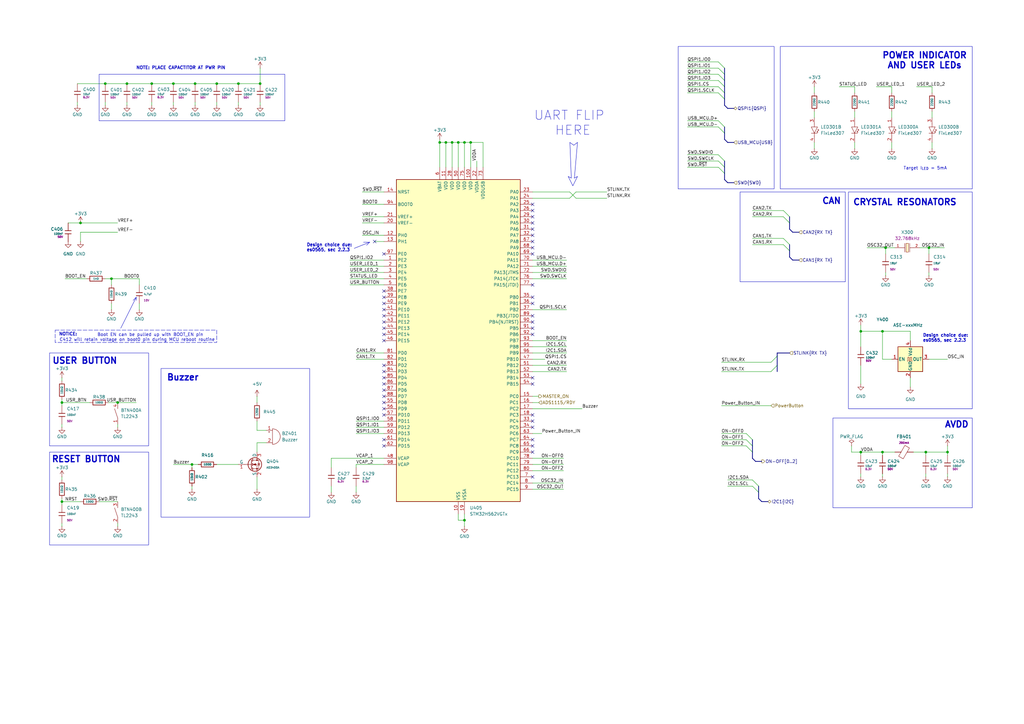
<source format=kicad_sch>
(kicad_sch (version 20250114) (generator "eeschema") (generator_version "9.0")
  (paper "A3")
  (title_block (title "ModuCard power supply unit") (date "2025-08-05") (rev "0") (company "KoNaR") (comment 1 "Base project authors: Dominik Pluta, Artem Horiunov") (comment 2 "Project author: Maciej Chodowiec"))
  (bus_alias "I2C" (members "SCL" "SDA"))
  (bus_alias "QSPI" (members "IO0" "IO1" "IO2" "IO3" "CS" "SCLK"))
  (bus_alias "SWD" (members "SWCLK" "SWDIO" "~{RST}"))
  (rectangle (start 40.64 30.48) (end 116.84 49.53))
  (rectangle (start 22.606 135.382) (end 88.9 140.462) (stroke (width 0) (type dash)))
  (rectangle (start 347.98 78.74) (end 398.78 167.64))
  (rectangle (start 278.13 19.05) (end 317.5 77.47))
  (rectangle (start 20.32 185.42) (end 60.96 223.52))
  (rectangle (start 341.63 171.45) (end 398.78 208.28))
  (rectangle (start 320.04 19.05) (end 398.78 77.47))
  (rectangle (start 66.04 151.13) (end 127 212.09))
  (rectangle (start 303.53 78.74) (end 346.71 115.57))
  (rectangle (start 20.32 144.78) (end 60.96 182.88))
  (text "Design choice due:\nes0565, sec 2.2.3" (at 125.73 101.6 0) (effects (font (size 1.27 1.27) (thickness 0.254) (bold yes)) (justify left)))
  (text "USER BUTTON" (at 21.336 148.082 0) (effects (font (size 2.54 2.54) (thickness 0.508) (bold yes)) (justify left)))
  (text "AVDD" (at 387.35 174.244 0) (effects (font (size 2.54 2.54) (thickness 0.508) (bold yes)) (justify left)))
  (text "CRYSTAL RESONATORS" (at 349.758 83.058 0) (effects (font (size 2.54 2.54) (thickness 0.508) (bold yes)) (justify left)))
  (text "RESET BUTTON" (at 21.082 188.468 0) (effects (font (size 2.54 2.54) (thickness 0.508) (bold yes)) (justify left)))
  (text "Buzzer\n" (at 68.326 154.94 0) (effects (font (size 2.54 2.54) (thickness 0.508) (bold yes)) (justify left)))
  (text "NOTICE:" (at 27.94 137.16 0) (effects (font (size 1.27 1.27) (thickness 0.254) (bold yes))))
  (text "POWER INDICATOR\nAND USER LEDs" (at 379.222 24.892 0) (effects (font (size 2.54 2.54) (thickness 0.508) (bold yes))))
  (text "Target I_{LED} = 5mA" (at 379.476 69.088 0) (effects (font (size 1.27 1.27))))
  (text "CAN\n" (at 337.058 82.55 0) (effects (font (size 2.54 2.54) (thickness 0.508) (bold yes)) (justify left)))
  (text "                Boot EN can be pulled up with BOOT_EN pin\nC412 will retain voltage on boot0 pin during MCU reboot routine" (at 24.384 138.43 0) (effects (font (size 1.27 1.27)) (justify left)))
  (text "Design choice due:\nes0565, sec 2.2.3" (at 378.46 138.684 0) (effects (font (size 1.27 1.27) (thickness 0.254) (bold yes)) (justify left)))
  (text "UART FLIP \nHERE" (at 234.95 50.546 0) (effects (font (size 3.81 3.81))))
  (text "NOTE: PLACE CAPACTITOR AT PWR PIN\n\n" (at 74.168 28.956 0) (effects (font (size 1.27 1.27) (thickness 0.254) (bold yes))))
  (junction (at 106.68 34.29))
  (junction (at 361.95 135.89))
  (junction (at 43.18 34.29))
  (junction (at 88.9 34.29))
  (junction (at 33.02 91.44))
  (junction (at 180.34 58.42))
  (junction (at 52.07 34.29))
  (junction (at 62.23 34.29))
  (junction (at 25.4 205.74))
  (junction (at 25.4 165.1))
  (junction (at 71.12 34.29))
  (junction (at 193.04 58.42))
  (junction (at 45.72 114.3))
  (junction (at 187.96 58.42))
  (junction (at 190.5 58.42))
  (junction (at 80.01 34.29))
  (junction (at 185.42 58.42))
  (junction (at 190.5 213.36))
  (junction (at 381 101.6))
  (junction (at 353.06 185.42))
  (junction (at 363.22 101.6))
  (junction (at 388.62 185.42))
  (junction (at 379.73 185.42))
  (junction (at 48.26 165.1))
  (junction (at 182.88 58.42))
  (junction (at 78.74 190.5))
  (junction (at 361.95 185.42))
  (junction (at 353.06 135.89))
  (junction (at 97.79 34.29))
  (no_connect (at 218.44 101.6))
  (no_connect (at 218.44 182.88))
  (no_connect (at 157.48 149.86))
  (no_connect (at 157.48 165.1))
  (no_connect (at 218.44 96.52))
  (no_connect (at 157.48 132.08))
  (no_connect (at 218.44 154.94))
  (no_connect (at 218.44 121.92))
  (no_connect (at 157.48 170.18))
  (no_connect (at 218.44 91.44))
  (no_connect (at 157.48 127))
  (no_connect (at 157.48 129.54))
  (no_connect (at 218.44 83.82))
  (no_connect (at 218.44 99.06))
  (no_connect (at 157.48 154.94))
  (no_connect (at 157.48 162.56))
  (no_connect (at 218.44 129.54))
  (no_connect (at 157.48 139.7))
  (no_connect (at 157.48 137.16))
  (no_connect (at 157.48 124.46))
  (no_connect (at 218.44 132.08))
  (no_connect (at 218.44 116.84))
  (no_connect (at 218.44 195.58))
  (no_connect (at 218.44 88.9))
  (no_connect (at 218.44 124.46))
  (no_connect (at 218.44 170.18))
  (no_connect (at 218.44 180.34))
  (no_connect (at 218.44 86.36))
  (no_connect (at 157.48 180.34))
  (no_connect (at 218.44 93.98))
  (no_connect (at 157.48 152.4))
  (no_connect (at 157.48 119.38))
  (no_connect (at 157.48 104.14))
  (no_connect (at 157.48 160.02))
  (no_connect (at 157.48 121.92))
  (no_connect (at 157.48 182.88))
  (no_connect (at 157.48 134.62))
  (no_connect (at 218.44 185.42))
  (no_connect (at 218.44 157.48))
  (no_connect (at 218.44 172.72))
  (no_connect (at 153.67 99.06))
  (no_connect (at 157.48 167.64))
  (no_connect (at 218.44 137.16))
  (no_connect (at 218.44 134.62))
  (no_connect (at 157.48 157.48))
  (no_connect (at 218.44 175.26))
  (no_connect (at 218.44 104.14))
  (bus_entry (at 297.18 27.94) (size -2.54 -2.54))
  (bus_entry (at 311.15 199.39) (size -2.54 -2.54))
  (bus_entry (at 311.15 201.93) (size -2.54 -2.54))
  (bus_entry (at 297.18 35.56) (size -2.54 -2.54))
  (bus_entry (at 294.64 68.58) (size 2.54 2.54))
  (bus_entry (at 321.31 100.33) (size 2.54 2.54))
  (bus_entry (at 318.77 146.05) (size -2.54 2.54))
  (bus_entry (at 308.61 180.34) (size -2.54 -2.54))
  (bus_entry (at 318.77 149.86) (size -2.54 2.54))
  (bus_entry (at 297.18 52.07) (size -2.54 -2.54))
  (bus_entry (at 321.31 86.36) (size 2.54 2.54))
  (bus_entry (at 294.64 63.5) (size 2.54 2.54))
  (bus_entry (at 297.18 54.61) (size -2.54 -2.54))
  (bus_entry (at 321.31 97.79) (size 2.54 2.54))
  (bus_entry (at 294.64 66.04) (size 2.54 2.54))
  (bus_entry (at 308.61 185.42) (size -2.54 -2.54))
  (bus_entry (at 297.18 38.1) (size -2.54 -2.54))
  (bus_entry (at 308.61 182.88) (size -2.54 -2.54))
  (bus_entry (at 297.18 30.48) (size -2.54 -2.54))
  (bus_entry (at 321.31 88.9) (size 2.54 2.54))
  (bus_entry (at 297.18 40.64) (size -2.54 -2.54))
  (bus_entry (at 297.18 33.02) (size -2.54 -2.54))
  (bus (pts (xy 318.77 146.05) (xy 318.77 149.86)))
  (wire (pts (xy 40.64 205.74) (xy 48.26 205.74)))
  (wire (pts (xy 231.14 200.66) (xy 218.44 200.66)))
  (wire (pts (xy 27.94 91.44) (xy 33.02 91.44)))
  (wire (pts (xy 248.92 78.74) (xy 236.22 78.74)))
  (wire (pts (xy 363.22 113.03) (xy 363.22 111.76)))
  (wire (pts (xy 31.75 41.91) (xy 31.75 43.18)))
  (wire (pts (xy 379.73 185.42) (xy 388.62 185.42)))
  (wire (pts (xy 218.44 190.5) (xy 231.14 190.5)))
  (wire (pts (xy 381 101.6) (xy 387.35 101.6)))
  (wire (pts (xy 78.74 199.39) (xy 78.74 200.66)))
  (wire (pts (xy 382.27 58.42) (xy 382.27 60.96)))
  (bus (pts (xy 308.61 180.34) (xy 308.61 182.88)))
  (bus (pts (xy 308.61 182.88) (xy 308.61 185.42)))
  (wire (pts (xy 146.05 177.8) (xy 157.48 177.8)))
  (wire (pts (xy 25.4 196.85) (xy 25.4 195.58)))
  (wire (pts (xy 148.59 83.82) (xy 157.48 83.82)))
  (wire (pts (xy 388.62 194.31) (xy 388.62 195.58)))
  (wire (pts (xy 373.38 135.89) (xy 373.38 139.7)))
  (wire (pts (xy 350.52 38.1) (xy 350.52 35.56)))
  (bus (pts (xy 297.18 38.1) (xy 297.18 40.64)))
  (wire (pts (xy 363.22 101.6) (xy 367.03 101.6)))
  (wire (pts (xy 231.14 198.12) (xy 218.44 198.12)))
  (wire (pts (xy 218.44 152.4) (xy 232.41 152.4)))
  (polyline (pts (xy 234.315 73.025) (xy 233.045 72.39)))
  (wire (pts (xy 62.23 41.91) (xy 62.23 43.18)))
  (wire (pts (xy 78.74 190.5) (xy 78.74 191.77)))
  (wire (pts (xy 334.01 45.72) (xy 334.01 48.26)))
  (wire (pts (xy 157.48 111.76) (xy 143.51 111.76)))
  (wire (pts (xy 146.05 172.72) (xy 157.48 172.72)))
  (wire (pts (xy 353.06 149.86) (xy 353.06 157.48)))
  (wire (pts (xy 57.15 114.3) (xy 57.15 116.84)))
  (wire (pts (xy 363.22 101.6) (xy 363.22 104.14)))
  (wire (pts (xy 143.51 109.22) (xy 157.48 109.22)))
  (wire (pts (xy 148.59 88.9) (xy 157.48 88.9)))
  (wire (pts (xy 295.91 182.88) (xy 306.07 182.88)))
  (bus (pts (xy 297.18 27.94) (xy 297.18 30.48)))
  (wire (pts (xy 294.64 52.07) (xy 281.94 52.07)))
  (wire (pts (xy 153.67 99.06) (xy 157.48 99.06)))
  (wire (pts (xy 381 101.6) (xy 381 104.14)))
  (wire (pts (xy 218.44 149.86) (xy 232.41 149.86)))
  (wire (pts (xy 157.48 114.3) (xy 143.51 114.3)))
  (wire (pts (xy 148.59 96.52) (xy 157.48 96.52)))
  (bus (pts (xy 323.85 91.44) (xy 323.85 93.98)))
  (wire (pts (xy 349.25 185.42) (xy 353.06 185.42)))
  (wire (pts (xy 106.68 41.91) (xy 106.68 43.18)))
  (wire (pts (xy 365.76 147.32) (xy 361.95 147.32)))
  (wire (pts (xy 148.59 91.44) (xy 157.48 91.44)))
  (wire (pts (xy 294.64 38.1) (xy 281.94 38.1)))
  (wire (pts (xy 281.94 66.04) (xy 294.64 66.04)))
  (wire (pts (xy 187.96 58.42) (xy 187.96 68.58)))
  (wire (pts (xy 182.88 58.42) (xy 185.42 58.42)))
  (wire (pts (xy 105.41 181.61) (xy 109.22 181.61)))
  (wire (pts (xy 25.4 173.99) (xy 25.4 175.26)))
  (wire (pts (xy 353.06 185.42) (xy 361.95 185.42)))
  (wire (pts (xy 25.4 205.74) (xy 25.4 207.01)))
  (bus (pts (xy 297.18 33.02) (xy 297.18 35.56)))
  (wire (pts (xy 218.44 78.74) (xy 233.68 78.74)))
  (wire (pts (xy 295.91 180.34) (xy 306.07 180.34)))
  (wire (pts (xy 308.61 97.79) (xy 321.31 97.79)))
  (wire (pts (xy 359.41 35.56) (xy 365.76 35.56)))
  (wire (pts (xy 381 113.03) (xy 381 111.76)))
  (wire (pts (xy 218.44 177.8) (xy 222.25 177.8)))
  (wire (pts (xy 182.88 58.42) (xy 182.88 68.58)))
  (wire (pts (xy 88.9 190.5) (xy 97.79 190.5)))
  (wire (pts (xy 180.34 58.42) (xy 182.88 58.42)))
  (wire (pts (xy 353.06 133.35) (xy 353.06 135.89)))
  (wire (pts (xy 294.64 25.4) (xy 281.94 25.4)))
  (wire (pts (xy 236.22 81.28) (xy 248.92 81.28)))
  (wire (pts (xy 361.95 194.31) (xy 361.95 195.58)))
  (wire (pts (xy 193.04 58.42) (xy 198.12 58.42)))
  (wire (pts (xy 334.01 38.1) (xy 334.01 35.56)))
  (wire (pts (xy 193.04 58.42) (xy 193.04 68.58)))
  (wire (pts (xy 88.9 41.91) (xy 88.9 43.18)))
  (wire (pts (xy 52.07 41.91) (xy 52.07 43.18)))
  (wire (pts (xy 233.68 78.74) (xy 236.22 81.28)))
  (wire (pts (xy 187.96 210.82) (xy 187.96 213.36)))
  (polyline (pts (xy 236.855 72.39) (xy 235.585 73.025)))
  (wire (pts (xy 294.64 33.02) (xy 281.94 33.02)))
  (wire (pts (xy 218.44 127) (xy 232.41 127)))
  (wire (pts (xy 135.89 187.96) (xy 135.89 191.77)))
  (polyline (pts (xy 150.368 100.584) (xy 151.638 99.314)))
  (bus (pts (xy 312.42 205.74) (xy 311.15 204.47)))
  (wire (pts (xy 31.75 34.29) (xy 43.18 34.29)))
  (wire (pts (xy 45.72 114.3) (xy 57.15 114.3)))
  (wire (pts (xy 97.79 41.91) (xy 97.79 43.18)))
  (wire (pts (xy 198.12 58.42) (xy 198.12 68.58)))
  (wire (pts (xy 180.34 57.15) (xy 180.34 58.42)))
  (wire (pts (xy 71.12 41.91) (xy 71.12 43.18)))
  (wire (pts (xy 308.61 88.9) (xy 321.31 88.9)))
  (wire (pts (xy 388.62 186.69) (xy 388.62 185.42)))
  (wire (pts (xy 105.41 176.53) (xy 109.22 176.53)))
  (wire (pts (xy 379.73 194.31) (xy 379.73 195.58)))
  (bus (pts (xy 323.85 102.87) (xy 323.85 105.41)))
  (wire (pts (xy 185.42 58.42) (xy 185.42 68.58)))
  (wire (pts (xy 218.44 165.1) (xy 220.98 165.1)))
  (wire (pts (xy 146.05 191.77) (xy 146.05 190.5)))
  (bus (pts (xy 298.45 58.42) (xy 300.99 58.42)))
  (polyline (pts (xy 145.288 101.854) (xy 151.638 99.314)))
  (wire (pts (xy 365.76 58.42) (xy 365.76 60.96)))
  (wire (pts (xy 353.06 142.24) (xy 353.06 135.89)))
  (wire (pts (xy 143.51 116.84) (xy 157.48 116.84)))
  (bus (pts (xy 297.18 40.64) (xy 297.18 43.18)))
  (wire (pts (xy 146.05 190.5) (xy 157.48 190.5)))
  (bus (pts (xy 297.18 71.12) (xy 297.18 73.66)))
  (wire (pts (xy 48.26 175.26) (xy 48.26 173.99)))
  (wire (pts (xy 350.52 45.72) (xy 350.52 48.26)))
  (wire (pts (xy 146.05 144.78) (xy 157.48 144.78)))
  (wire (pts (xy 71.12 34.29) (xy 80.01 34.29)))
  (wire (pts (xy 105.41 200.66) (xy 105.41 195.58)))
  (wire (pts (xy 25.4 214.63) (xy 25.4 215.9)))
  (wire (pts (xy 52.07 34.29) (xy 62.23 34.29)))
  (wire (pts (xy 25.4 165.1) (xy 36.83 165.1)))
  (bus (pts (xy 309.88 189.23) (xy 312.42 189.23)))
  (wire (pts (xy 143.51 106.68) (xy 157.48 106.68)))
  (wire (pts (xy 218.44 114.3) (xy 232.41 114.3)))
  (wire (pts (xy 190.5 213.36) (xy 190.5 210.82)))
  (bus (pts (xy 298.45 58.42) (xy 297.18 57.15)))
  (wire (pts (xy 353.06 186.69) (xy 353.06 185.42)))
  (wire (pts (xy 146.05 175.26) (xy 157.48 175.26)))
  (wire (pts (xy 220.98 162.56) (xy 218.44 162.56)))
  (wire (pts (xy 135.89 187.96) (xy 157.48 187.96)))
  (wire (pts (xy 382.27 45.72) (xy 382.27 48.26)))
  (bus (pts (xy 312.42 205.74) (xy 314.96 205.74)))
  (wire (pts (xy 26.67 114.3) (xy 35.56 114.3)))
  (wire (pts (xy 295.91 148.59) (xy 316.23 148.59)))
  (polyline (pts (xy 233.7387 58.4367) (xy 234.315 73.025)))
  (wire (pts (xy 236.22 78.74) (xy 233.68 81.28)))
  (wire (pts (xy 308.61 100.33) (xy 321.31 100.33)))
  (polyline (pts (xy 55.88 121.92) (xy 55.88 123.19)))
  (wire (pts (xy 180.34 68.58) (xy 180.34 58.42)))
  (polyline (pts (xy 233.045 72.39) (xy 234.95 76.2)))
  (wire (pts (xy 355.6 101.6) (xy 363.22 101.6)))
  (wire (pts (xy 190.5 58.42) (xy 193.04 58.42)))
  (wire (pts (xy 80.01 34.29) (xy 88.9 34.29)))
  (wire (pts (xy 218.44 106.68) (xy 232.41 106.68)))
  (wire (pts (xy 381 147.32) (xy 388.62 147.32)))
  (wire (pts (xy 146.05 199.39) (xy 146.05 201.93)))
  (wire (pts (xy 218.44 109.22) (xy 232.41 109.22)))
  (wire (pts (xy 25.4 165.1) (xy 25.4 166.37)))
  (wire (pts (xy 361.95 186.69) (xy 361.95 185.42)))
  (bus (pts (xy 298.45 44.45) (xy 297.18 43.18)))
  (wire (pts (xy 218.44 144.78) (xy 232.41 144.78)))
  (wire (pts (xy 365.76 35.56) (xy 365.76 38.1)))
  (wire (pts (xy 361.95 135.89) (xy 373.38 135.89)))
  (wire (pts (xy 350.52 58.42) (xy 350.52 60.96)))
  (wire (pts (xy 33.02 91.44) (xy 48.26 91.44)))
  (bus (pts (xy 298.45 74.93) (xy 297.18 73.66)))
  (wire (pts (xy 377.19 101.6) (xy 381 101.6)))
  (bus (pts (xy 323.85 88.9) (xy 323.85 91.44)))
  (bus (pts (xy 297.18 35.56) (xy 297.18 38.1)))
  (wire (pts (xy 294.64 27.94) (xy 281.94 27.94)))
  (bus (pts (xy 325.12 106.68) (xy 327.66 106.68)))
  (wire (pts (xy 146.05 147.32) (xy 157.48 147.32)))
  (wire (pts (xy 105.41 185.42) (xy 105.41 181.61)))
  (wire (pts (xy 294.64 30.48) (xy 281.94 30.48)))
  (polyline (pts (xy 235.331 59.563) (xy 233.7387 58.4367)))
  (wire (pts (xy 25.4 205.74) (xy 33.02 205.74)))
  (wire (pts (xy 379.73 186.69) (xy 379.73 185.42)))
  (wire (pts (xy 388.62 182.88) (xy 388.62 185.42)))
  (wire (pts (xy 218.44 81.28) (xy 233.68 81.28)))
  (wire (pts (xy 344.17 35.56) (xy 350.52 35.56)))
  (wire (pts (xy 45.72 127) (xy 45.72 124.46)))
  (wire (pts (xy 281.94 68.58) (xy 294.64 68.58)))
  (wire (pts (xy 295.91 177.8) (xy 306.07 177.8)))
  (bus (pts (xy 323.85 102.87) (xy 323.85 100.33)))
  (wire (pts (xy 373.38 154.94) (xy 373.38 158.75)))
  (wire (pts (xy 88.9 34.29) (xy 97.79 34.29)))
  (wire (pts (xy 43.18 34.29) (xy 52.07 34.29)))
  (wire (pts (xy 25.4 154.94) (xy 25.4 156.21)))
  (wire (pts (xy 33.02 95.25) (xy 48.26 95.25)))
  (wire (pts (xy 295.91 152.4) (xy 316.23 152.4)))
  (wire (pts (xy 365.76 45.72) (xy 365.76 48.26)))
  (wire (pts (xy 48.26 214.63) (xy 48.26 215.9)))
  (wire (pts (xy 25.4 204.47) (xy 25.4 205.74)))
  (wire (pts (xy 185.42 58.42) (xy 187.96 58.42)))
  (polyline (pts (xy 149.098 99.314) (xy 151.638 99.314)))
  (polyline (pts (xy 235.585 73.025) (xy 236.855 58.42)))
  (bus (pts (xy 297.18 30.48) (xy 297.18 33.02)))
  (wire (pts (xy 80.01 41.91) (xy 80.01 43.18)))
  (bus (pts (xy 311.15 201.93) (xy 311.15 204.47)))
  (wire (pts (xy 190.5 213.36) (xy 190.5 215.9)))
  (wire (pts (xy 375.92 35.56) (xy 382.27 35.56)))
  (bus (pts (xy 297.18 52.07) (xy 297.18 54.61)))
  (wire (pts (xy 281.94 63.5) (xy 294.64 63.5)))
  (wire (pts (xy 97.79 34.29) (xy 106.68 34.29)))
  (bus (pts (xy 298.45 44.45) (xy 300.99 44.45)))
  (wire (pts (xy 295.91 166.37) (xy 316.23 166.37)))
  (bus (pts (xy 298.45 74.93) (xy 300.99 74.93)))
  (polyline (pts (xy 54.61 123.19) (xy 55.88 121.92)))
  (wire (pts (xy 45.72 114.3) (xy 45.72 116.84)))
  (polyline (pts (xy 234.95 76.2) (xy 236.855 72.39)))
  (wire (pts (xy 187.96 58.42) (xy 190.5 58.42)))
  (wire (pts (xy 298.45 196.85) (xy 308.61 196.85)))
  (bus (pts (xy 325.12 106.68) (xy 323.85 105.41)))
  (bus (pts (xy 297.18 54.61) (xy 297.18 57.15)))
  (wire (pts (xy 187.96 213.36) (xy 190.5 213.36)))
  (bus (pts (xy 297.18 68.58) (xy 297.18 71.12)))
  (wire (pts (xy 57.15 124.46) (xy 57.15 127)))
  (wire (pts (xy 232.41 139.7) (xy 218.44 139.7)))
  (wire (pts (xy 43.18 114.3) (xy 45.72 114.3)))
  (bus (pts (xy 325.12 95.25) (xy 323.85 93.98)))
  (bus (pts (xy 323.85 144.78) (xy 318.77 144.78)))
  (wire (pts (xy 25.4 163.83) (xy 25.4 165.1)))
  (wire (pts (xy 218.44 193.04) (xy 231.14 193.04)))
  (bus (pts (xy 309.88 189.23) (xy 308.61 187.96)))
  (wire (pts (xy 308.61 86.36) (xy 321.31 86.36)))
  (wire (pts (xy 223.52 147.32) (xy 218.44 147.32)))
  (bus (pts (xy 325.12 95.25) (xy 327.66 95.25)))
  (wire (pts (xy 33.02 95.25) (xy 33.02 99.06)))
  (bus (pts (xy 318.77 144.78) (xy 318.77 146.05)))
  (wire (pts (xy 374.65 185.42) (xy 379.73 185.42)))
  (bus (pts (xy 308.61 185.42) (xy 308.61 187.96)))
  (wire (pts (xy 361.95 185.42) (xy 367.03 185.42)))
  (wire (pts (xy 218.44 111.76) (xy 232.41 111.76)))
  (wire (pts (xy 349.25 182.88) (xy 349.25 185.42)))
  (wire (pts (xy 298.45 199.39) (xy 308.61 199.39)))
  (polyline (pts (xy 236.855 58.42) (xy 235.331 59.563)))
  (polyline (pts (xy 49.53 134.62) (xy 55.88 121.92)))
  (wire (pts (xy 353.06 135.89) (xy 361.95 135.89)))
  (wire (pts (xy 135.89 199.39) (xy 135.89 201.93)))
  (wire (pts (xy 294.64 35.56) (xy 281.94 35.56)))
  (bus (pts (xy 318.77 149.86) (xy 318.77 152.4)))
  (wire (pts (xy 71.12 190.5) (xy 78.74 190.5)))
  (bus (pts (xy 311.15 199.39) (xy 311.15 201.93)))
  (wire (pts (xy 294.64 49.53) (xy 281.94 49.53)))
  (wire (pts (xy 148.59 78.74) (xy 157.48 78.74)))
  (wire (pts (xy 106.68 27.94) (xy 106.68 34.29)))
  (wire (pts (xy 105.41 172.72) (xy 105.41 176.53)))
  (wire (pts (xy 218.44 167.64) (xy 238.76 167.64)))
  (wire (pts (xy 218.44 187.96) (xy 231.14 187.96)))
  (wire (pts (xy 334.01 58.42) (xy 334.01 60.96)))
  (wire (pts (xy 382.27 38.1) (xy 382.27 35.56)))
  (wire (pts (xy 190.5 58.42) (xy 190.5 68.58)))
  (bus (pts (xy 297.18 68.58) (xy 297.18 66.04)))
  (wire (pts (xy 48.26 165.1) (xy 55.88 165.1)))
  (wire (pts (xy 44.45 165.1) (xy 48.26 165.1)))
  (wire (pts (xy 195.58 66.04) (xy 195.58 68.58)))
  (wire (pts (xy 353.06 194.31) (xy 353.06 195.58)))
  (wire (pts (xy 78.74 190.5) (xy 81.28 190.5)))
  (wire (pts (xy 62.23 34.29) (xy 71.12 34.29)))
  (wire (pts (xy 218.44 142.24) (xy 232.41 142.24)))
  (wire (pts (xy 105.41 162.56) (xy 105.41 165.1)))
  (wire (pts (xy 43.18 41.91) (xy 43.18 43.18)))
  (wire (pts (xy 361.95 147.32) (xy 361.95 135.89)))
  (label "OSC_IN" (at 148.59 96.52 0))
  (label "QSPI1.IO1" (at 281.94 27.94 0))
  (label "CAN1.TX" (at 146.05 147.32 0))
  (label "OSC32_OUT" (at 231.14 200.66 180))
  (label "USB_MCU.D+" (at 232.41 109.22 180))
  (label "ON-OFF2" (at 231.14 193.04 180))
  (label "VREF-" (at 148.59 91.44 0))
  (label "CAN2.RX" (at 232.41 149.86 180))
  (label "OSC_IN" (at 388.62 147.32 0))
  (label "SWD.~{RST}" (at 281.94 68.58 0))
  (label "STATUS_LED" (at 344.17 35.56 0))
  (label "USER_LED_2" (at 143.51 111.76 0))
  (label "VDDA" (at 353.06 185.42 0))
  (label "QSPI1.CS" (at 223.52 147.32 0))
  (label "CAN2.TX" (at 308.61 86.36 0))
  (label "BOOT0" (at 57.15 114.3 180))
  (label "STLINK.TX" (at 295.91 152.4 0))
  (label "USER_LED_1" (at 143.51 109.22 0))
  (label "VCAP_2" (at 146.05 190.5 0))
  (label "STLINK.RX" (at 295.91 148.59 0))
  (label "CAN2.RX" (at 308.61 88.9 0))
  (label "ON-OFF0" (at 295.91 177.8 0))
  (label "USB_MCU.D-" (at 232.41 106.68 180))
  (label "ON-OFF1" (at 295.91 180.34 0))
  (label "USR_BUTTON" (at 143.51 116.84 0))
  (label "QSPI1.CS" (at 281.94 35.56 0))
  (label "OSC32_IN" (at 231.14 198.12 180))
  (label "SWD.~{RST}" (at 148.59 78.74 0))
  (label "VCAP_1" (at 146.05 187.96 0))
  (label "QSPI1.IO1" (at 146.05 175.26 0))
  (label "I2C1.SDA" (at 232.41 144.78 180))
  (label "Power_Button_IN" (at 222.25 177.8 0))
  (label "ON-OFF1" (at 231.14 190.5 180))
  (label "USER_LED_2" (at 375.92 35.56 0))
  (label "I2C1.SDA" (at 298.45 196.85 0))
  (label "ON-OFF0" (at 231.14 187.96 180))
  (label "VREF-" (at 48.26 95.25 0))
  (label "USER_LED_1" (at 359.41 35.56 0))
  (label "I2C1.SCL" (at 298.45 199.39 0))
  (label "SWD.SWDIO" (at 281.94 63.5 0))
  (label "USB_MCU.D-" (at 281.94 52.07 0))
  (label "Buzzer" (at 238.76 167.64 0))
  (label "NRST" (at 26.67 205.74 0))
  (label "ON-OFF2" (at 295.91 182.88 0))
  (label "USB_MCU.D+" (at 281.94 49.53 0))
  (label "QSPI1.IO2" (at 281.94 30.48 0))
  (label "STLINK.TX" (at 248.92 78.74 0))
  (label "CAN2.TX" (at 232.41 152.4 180))
  (label "SWD.SWCLK" (at 232.41 114.3 180))
  (label "QSPI1.IO0" (at 281.94 25.4 0))
  (label "OSC32_IN" (at 387.35 101.6 180))
  (label "QSPI1.IO3" (at 146.05 177.8 0))
  (label "VDDA" (at 195.58 66.04 90))
  (label "CAN1.TX" (at 308.61 97.79 0))
  (label "QSPI1.IO2" (at 143.51 106.68 0))
  (label "BOOT_EN" (at 26.67 114.3 0))
  (label "BOOT_EN" (at 232.41 139.7 180))
  (label "STLINK.RX" (at 248.92 81.28 0))
  (label "USR_BTN" (at 35.56 165.1 180))
  (label "QSPI1.SCLK" (at 281.94 38.1 0))
  (label "Power_Button_IN" (at 295.91 166.37 0))
  (label "OSC32_OUT" (at 355.6 101.6 0))
  (label "CAN1.RX" (at 308.61 100.33 0))
  (label "VREF+" (at 48.26 91.44 0))
  (label "STATUS_LED" (at 143.51 114.3 0))
  (label "VREF+" (at 148.59 88.9 0))
  (label "USR_BUTTON" (at 55.88 165.1 180))
  (label "Buzzer" (at 71.12 190.5 0))
  (label "BOOT0" (at 148.59 83.82 0))
  (label "SWD.SWDIO" (at 232.41 111.76 180))
  (label "CAN1.RX" (at 146.05 144.78 0))
  (label "I2C1.SCL" (at 232.41 142.24 180))
  (label "QSPI1.IO3" (at 281.94 33.02 0))
  (label "QSPI1.SCLK" (at 232.41 127 180))
  (label "SWD.~{RST}" (at 48.26 205.74 180))
  (label "QSPI1.IO0" (at 146.05 172.72 0))
  (label "SWD.SWCLK" (at 281.94 66.04 0))
  (hierarchical_label "PowerButton" (shape input) (at 316.23 166.37 0))
  (hierarchical_label "SWD{SWD}" (shape input) (at 300.99 74.93 0))
  (hierarchical_label "QSPI1{QSPI}" (shape bidirectional) (at 300.99 44.45 0))
  (hierarchical_label "CAN1{RX TX}" (shape input) (at 327.66 106.68 0))
  (hierarchical_label "I2C1{I2C}" (shape bidirectional) (at 314.96 205.74 0))
  (hierarchical_label "ON-OFF[0..2]" (shape output) (at 312.42 189.23 0))
  (hierarchical_label "CAN2{RX TX}" (shape input) (at 327.66 95.25 0))
  (hierarchical_label "STLINK{RX TX}" (shape input) (at 323.85 144.78 0))
  (hierarchical_label "MASTER_ON" (shape output) (at 220.98 162.56 0))
  (hierarchical_label "USB_MCU{USB}" (shape input) (at 300.99 58.42 0))
  (hierarchical_label "ADS1115{slash}RDY" (shape input) (at 220.98 165.1 0))
  (symbol (lib_id "PCM_JLCPCB-Capacitors:0402,100nF,(2)") (at 27.94 95.25 0) (mirror y) (unit 1)
    (property "Reference" "C406" (at 25.908 93.98 0) (effects (justify left)))
    (property "Value" "100nF" (at 25.908 95.885 0) (effects (font (size 0.8 0.8)) (justify left)))
    (property "Footprint" "PCM_JLCPCB:C_0402" (effects (hide yes)))
    (property "Datasheet" "https://www.lcsc.com/datasheet/lcsc_datasheet_2304140030_Samsung-Electro-Mechanics-CL05B104KB54PNC_C307331.pdf" (effects (hide yes)))
    (property "Description" "50V 100nF X7R ±10% 0402 Multilayer Ceramic Capacitors MLCC - SMD/SMT ROHS" (effects (hide yes)))
    (property "LCSC" "C307331" (effects (hide yes)))
    (property "Stock" "5436546" (effects (hide yes)))
    (property "Price" "0.008USD" (effects (hide yes)))
    (property "Process" "SMT" (effects (hide yes)))
    (property "Minimum Qty" "20" (effects (hide yes)))
    (property "Attrition Qty" "10" (effects (hide yes)))
    (property "Class" "Basic Component" (effects (hide yes)))
    (property "Category" "Capacitors,Multilayer Ceramic Capacitors MLCC - SMD/SMT" (effects (hide yes)))
    (property "Manufacturer" "Samsung Electro-Mechanics" (effects (hide yes)))
    (property "Part" "CL05B104KB54PNC" (effects (hide yes)))
    (property "Voltage Rated" "50V" (at 25.908 97.155 0) (effects (font (size 0.8 0.8)) (justify left)))
    (property "Tolerance" "±10%" (effects (hide yes)))
    (property "Capacitance" "100nF" (effects (hide yes)))
    (property "Temperature Coefficient" "X7R" (effects (hide yes)))
  )
  (symbol (lib_id "power:PWR_FLAG") (at 349.25 182.88 0) (unit 1)
    (property "Reference" "#FLG907" (effects (hide yes)))
    (property "Value" "PWR_FLAG" (at 349.25 179.07 0))
    (property "Description" "Special symbol for telling ERC where power comes from" (effects (hide yes)))
  )
  (symbol (lib_id "power:GND") (at 25.4 175.26 0) (unit 1)
    (property "Reference" "#PWR425" (effects (hide yes)))
    (property "Value" "GND" (at 25.4 179.07 0))
    (property "Description" "Power symbol creates a global label with name \"GND\" , ground" (effects (hide yes)))
  )
  (symbol (lib_id "power:GND") (at 381 113.03 0) (unit 1)
    (property "Reference" "#PWR332" (effects (hide yes)))
    (property "Value" "GND" (at 381 116.84 0))
    (property "Description" "Power symbol creates a global label with name \"GND\" , ground" (effects (hide yes)))
  )
  (symbol (lib_id "PCM_JLCPCB-Inductors:Ferrite,0603") (at 370.84 185.42 90) (unit 1)
    (property "Reference" "FB401" (at 370.7892 179.07 90))
    (property "Value" "~" (at 370.7892 180.34 90) (effects (font (size 0.8 0.8))))
    (property "Footprint" "PCM_JLCPCB:FB_0603" (effects (hide yes)))
    (property "Datasheet" "https://www.lcsc.com/datasheet/lcsc_datasheet_2310301640_Sunlord-GZ1608D601TF_C1002.pdf" (effects (hide yes)))
    (property "Description" "450mΩ ±25% 600Ω@100MHz 0603 Ferrite Beads ROHS" (effects (hide yes)))
    (property "LCSC" "C1002" (effects (hide yes)))
    (property "Stock" "565849" (effects (hide yes)))
    (property "Price" "0.010USD" (effects (hide yes)))
    (property "Process" "SMT" (effects (hide yes)))
    (property "Minimum Qty" "20" (effects (hide yes)))
    (property "Attrition Qty" "6" (effects (hide yes)))
    (property "Class" "Basic Component" (effects (hide yes)))
    (property "Category" "Filters/EMI Optimization,Ferrite Beads" (effects (hide yes)))
    (property "Manufacturer" "Sunlord" (effects (hide yes)))
    (property "Part" "GZ1608D601TF" (effects (hide yes)))
    (property "DC Resistance" "450mΩ" (effects (hide yes)))
    (property "Impedance @ Frequency" "600Ω@100MHz" (effects (hide yes)))
    (property "Circuits" "1" (effects (hide yes)))
    (property "Current Rating" "200mA" (at 370.7892 181.61 90) (effects (font (size 0.8 0.8))))
    (property "Tolerance" "±25%" (effects (hide yes)))
  )
  (symbol (lib_id "PCM_JLCPCB-Crystals:Crystal, 32.768kHz, 13pF") (at 372.11 101.6 0) (unit 1)
    (property "Reference" "X300" (at 372.11 95.25 0))
    (property "Value" "Q13FC1350000400" (effects (hide yes)))
    (property "Footprint" "PCM_JLCPCB:FC-135R_L3.2-W1.5" (effects (hide yes)))
    (property "Datasheet" "https://www.lcsc.com/datasheet/lcsc_datasheet_2404180925_Seiko-Epson-Q13FC13500004_C32346.pdf" (effects (hide yes)))
    (property "Description" "32.768kHz Surface Mount Crystal 12.5pF ±20ppm SMD3215-2P Crystals ROHS" (effects (hide yes)))
    (property "LCSC" "C32346" (effects (hide yes)))
    (property "Stock" "407326" (effects (hide yes)))
    (property "Price" "0.188USD" (effects (hide yes)))
    (property "Process" "SMT" (effects (hide yes)))
    (property "Minimum Qty" "5" (effects (hide yes)))
    (property "Attrition Qty" "0" (effects (hide yes)))
    (property "Class" "Basic Component" (effects (hide yes)))
    (property "Category" "Crystals/Oscillators/Resonators,Crystals" (effects (hide yes)))
    (property "Manufacturer" "Seiko Epson" (effects (hide yes)))
    (property "Part" "Q13FC13500004" (effects (hide yes)))
    (property "Frequency" "32.768kHz" (at 372.11 97.79 0))
    (property "Equivalent Series Resistance (Esr)" "70kΩ" (effects (hide yes)))
    (property "Operating Temperature" "-40°C~+85°C" (effects (hide yes)))
    (property "Frequency Tolerance" "±20ppm" (effects (hide yes)))
    (property "Crystal Type" "SMD Crystal Resonator" (effects (hide yes)))
    (property "Load Capacitance" "12.5pF" (effects (hide yes)))
    (property "Normal Temperature Frequency Tolerance" "±20ppm" (effects (hide yes)))
    (property "Equivalent Series Resistance(Esr)" "70kΩ" (effects (hide yes)))
    (property "Type" "Surface Mount Crystal" (effects (hide yes)))
  )
  (symbol (lib_id "TL2243:TL2243") (at 48.26 209.55 90) (unit 2)
    (property "Reference" "BTN400" (at 49.53 208.9149 90) (effects (justify right)))
    (property "Value" "TL2243" (at 49.53 211.4549 90) (effects (justify right)))
    (property "Footprint" "TL2243:TL2243" (effects (hide yes)))
    (property "Datasheet" "https://www.lcsc.com/datasheet/lcsc_datasheet_2410121841_E-Switch-TL2243_C273515.pdf" (effects (hide yes)))
    (property "Description" "Double Stack Switch" (effects (hide yes)))
  )
  (symbol (lib_id "PCM_JLCPCB-Capacitors:0402,4.7uF") (at 57.15 120.65 0) (unit 1)
    (property "Reference" "C410" (at 58.928 118.11 0) (effects (justify left)))
    (property "Value" "4.7uF" (at 58.928 120.6501 0) (effects (font (size 0.8 0.8)) (justify left)))
    (property "Footprint" "PCM_JLCPCB:C_0402" (effects (hide yes)))
    (property "Datasheet" "https://www.lcsc.com/datasheet/lcsc_datasheet_2304140030_Samsung-Electro-Mechanics-CL05A475MP5NRNC_C23733.pdf" (effects (hide yes)))
    (property "Description" "10V 4.7uF X5R ±20% 0402 Multilayer Ceramic Capacitors MLCC - SMD/SMT ROHS" (effects (hide yes)))
    (property "LCSC" "C23733" (effects (hide yes)))
    (property "Stock" "1633861" (effects (hide yes)))
    (property "Price" "0.008USD" (effects (hide yes)))
    (property "Process" "SMT" (effects (hide yes)))
    (property "Minimum Qty" "20" (effects (hide yes)))
    (property "Attrition Qty" "10" (effects (hide yes)))
    (property "Class" "Basic Component" (effects (hide yes)))
    (property "Category" "Capacitors,Multilayer Ceramic Capacitors MLCC - SMD/SMT" (effects (hide yes)))
    (property "Manufacturer" "Samsung Electro-Mechanics" (effects (hide yes)))
    (property "Part" "CL05A475MP5NRNC" (effects (hide yes)))
    (property "Voltage Rated" "10V" (at 58.928 123.1901 0) (effects (font (size 0.8 0.8)) (justify left)))
    (property "Tolerance" "±20%" (effects (hide yes)))
    (property "Capacitance" "4.7uF" (effects (hide yes)))
    (property "Temperature Coefficient" "X5R" (effects (hide yes)))
  )
  (symbol (lib_id "PCM_JLCPCB-Capacitors:0402,2.2uF") (at 146.05 195.58 0) (unit 1)
    (property "Reference" "C429" (at 148.59 194.31 0) (effects (justify left)))
    (property "Value" "2.2uF" (at 148.59 196.215 0) (effects (font (size 0.8 0.8)) (justify left)))
    (property "Footprint" "PCM_JLCPCB:C_0402" (effects (hide yes)))
    (property "Datasheet" "https://www.lcsc.com/datasheet/lcsc_datasheet_2304140030_Samsung-Electro-Mechanics-CL05A225MQ5NSNC_C12530.pdf" (effects (hide yes)))
    (property "Description" "6.3V 2.2uF X5R ±20% 0402 Multilayer Ceramic Capacitors MLCC - SMD/SMT ROHS" (effects (hide yes)))
    (property "LCSC" "C12530" (effects (hide yes)))
    (property "Stock" "2455420" (effects (hide yes)))
    (property "Price" "0.006USD" (effects (hide yes)))
    (property "Process" "SMT" (effects (hide yes)))
    (property "Minimum Qty" "20" (effects (hide yes)))
    (property "Attrition Qty" "10" (effects (hide yes)))
    (property "Class" "Basic Component" (effects (hide yes)))
    (property "Category" "Capacitors,Multilayer Ceramic Capacitors MLCC - SMD/SMT" (effects (hide yes)))
    (property "Manufacturer" "Samsung Electro-Mechanics" (effects (hide yes)))
    (property "Part" "CL05A225MQ5NSNC" (effects (hide yes)))
    (property "Voltage Rated" "6.3V" (at 148.59 197.485 0) (effects (font (size 0.8 0.8)) (justify left)))
    (property "Tolerance" "±20%" (effects (hide yes)))
    (property "Capacitance" "2.2uF" (effects (hide yes)))
    (property "Temperature Coefficient" "X5R" (effects (hide yes)))
  )
  (symbol (lib_id "power:+5V") (at 353.06 133.35 0) (unit 1)
    (property "Reference" "#PWR452" (effects (hide yes)))
    (property "Value" "+3V3" (at 353.06 129.54 0))
    (property "Description" "Power symbol creates a global label with name \"+5V\"" (effects (hide yes)))
  )
  (symbol (lib_id "power:GND") (at 27.94 99.06 0) (unit 1)
    (property "Reference" "#PWR458" (effects (hide yes)))
    (property "Value" "GND" (at 27.94 104.14 0))
    (property "Description" "Power symbol creates a global label with name \"GND\" , ground" (effects (hide yes)))
  )
  (symbol (lib_id "power:GND") (at 334.01 60.96 0) (unit 1)
    (property "Reference" "#PWR433" (effects (hide yes)))
    (property "Value" "GND" (at 334.01 64.77 0))
    (property "Description" "Power symbol creates a global label with name \"GND\" , ground" (effects (hide yes)))
  )
  (symbol (lib_id "PCM_JLCPCB-Capacitors:0402,100nF,(2)") (at 106.68 38.1 0) (unit 1)
    (property "Reference" "C422" (at 108.712 36.83 0) (effects (justify left)))
    (property "Value" "100nF" (at 108.712 38.735 0) (effects (font (size 0.8 0.8)) (justify left)))
    (property "Footprint" "PCM_JLCPCB:C_0402" (effects (hide yes)))
    (property "Datasheet" "https://www.lcsc.com/datasheet/lcsc_datasheet_2304140030_Samsung-Electro-Mechanics-CL05B104KB54PNC_C307331.pdf" (effects (hide yes)))
    (property "Description" "50V 100nF X7R ±10% 0402 Multilayer Ceramic Capacitors MLCC - SMD/SMT ROHS" (effects (hide yes)))
    (property "LCSC" "C307331" (effects (hide yes)))
    (property "Stock" "5436546" (effects (hide yes)))
    (property "Price" "0.008USD" (effects (hide yes)))
    (property "Process" "SMT" (effects (hide yes)))
    (property "Minimum Qty" "20" (effects (hide yes)))
    (property "Attrition Qty" "10" (effects (hide yes)))
    (property "Class" "Basic Component" (effects (hide yes)))
    (property "Category" "Capacitors,Multilayer Ceramic Capacitors MLCC - SMD/SMT" (effects (hide yes)))
    (property "Manufacturer" "Samsung Electro-Mechanics" (effects (hide yes)))
    (property "Part" "CL05B104KB54PNC" (effects (hide yes)))
    (property "Voltage Rated" "50V" (at 108.712 40.005 0) (effects (font (size 0.8 0.8)) (justify left)))
    (property "Tolerance" "±10%" (effects (hide yes)))
    (property "Capacitance" "100nF" (effects (hide yes)))
    (property "Temperature Coefficient" "X7R" (effects (hide yes)))
  )
  (symbol (lib_id "Device:Buzzer") (at 111.76 179.07 0) (unit 1)
    (property "Reference" "BZ401" (at 115.57 177.7999 0) (effects (justify left)))
    (property "Value" "Buzzer" (at 115.57 180.3399 0) (effects (justify left)))
    (property "Footprint" "BUZ-BD12:BUZ-TH_BD12.0-P7.60-D0.6-FD" (effects (hide yes)))
    (property "Description" "Buzzer, polarized" (effects (hide yes)))
  )
  (symbol (lib_id "power:GND") (at 97.79 43.18 0) (unit 1)
    (property "Reference" "#PWR442" (effects (hide yes)))
    (property "Value" "GND" (at 97.79 46.99 0))
    (property "Description" "Power symbol creates a global label with name \"GND\" , ground" (effects (hide yes)))
  )
  (symbol (lib_id "power:GND") (at 48.26 215.9 0) (unit 1)
    (property "Reference" "#PWR421" (effects (hide yes)))
    (property "Value" "GND" (at 48.26 219.71 0))
    (property "Description" "Power symbol creates a global label with name \"GND\" , ground" (effects (hide yes)))
  )
  (symbol (lib_id "PCM_JLCPCB-Transistors:NMOS,AO3400A") (at 102.87 190.5 0) (unit 1)
    (property "Reference" "Q404" (at 109.22 189.2299 0) (effects (justify left)))
    (property "Value" "AO3400A" (at 109.22 191.77 0) (effects (font (size 0.8 0.8)) (justify left)))
    (property "Footprint" "PCM_JLCPCB:Q_SOT-23" (effects (hide yes)))
    (property "Datasheet" "https://www.lcsc.com/datasheet/lcsc_datasheet_1811081213_Alpha---Omega-Semicon-AO3400A_C20917.pdf" (effects (hide yes)))
    (property "Description" "30V 5.7A 26.5mΩ@10V,5.7A 1.4W 1.5V@250uA 1 N-Channel SOT-23-3L MOSFETs ROHS" (effects (hide yes)))
    (property "LCSC" "C20917" (effects (hide yes)))
    (property "Stock" "1046002" (effects (hide yes)))
    (property "Price" "0.088USD" (effects (hide yes)))
    (property "Process" "SMT" (effects (hide yes)))
    (property "Minimum Qty" "5" (effects (hide yes)))
    (property "Attrition Qty" "4" (effects (hide yes)))
    (property "Class" "Basic Component" (effects (hide yes)))
    (property "Category" "Transistors,MOSFETs" (effects (hide yes)))
    (property "Manufacturer" "Alpha & Omega Semicon" (effects (hide yes)))
    (property "Part" "AO3400A" (effects (hide yes)))
    (property "Continuous Drain Current (Id)" "5.7A" (effects (hide yes)))
    (property "Input Capacitance (Ciss@Vds)" "630pF@15V" (effects (hide yes)))
    (property "Operating Temperature" "-55°C~+150°C@(Tj)" (effects (hide yes)))
    (property "Type" "1 N-channel" (effects (hide yes)))
    (property "Drain Source Voltage (Vdss)" "30V" (effects (hide yes)))
    (property "Power Dissipation (Pd)" "1.4W" (effects (hide yes)))
    (property "Gate Threshold Voltage (Vgs(th)@Id)" "1.5V@250uA" (effects (hide yes)))
    (property "Drain Source On Resistance (RDS(on)@Vgs,Id)" "26.5mΩ@10V,5.7A" (effects (hide yes)))
    (property "Total Gate Charge (Qg@Vgs)" "7nC@4.5V" (effects (hide yes)))
  )
  (symbol (lib_id "PCM_JLCPCB-Capacitors:0402,100nF,(2)") (at 25.4 210.82 0) (unit 1)
    (property "Reference" "C419" (at 27.432 208.28 0) (effects (justify left)))
    (property "Value" "100nF" (at 27.432 210.8201 0) (effects (font (size 0.8 0.8)) (justify left)))
    (property "Footprint" "PCM_JLCPCB:C_0402" (effects (hide yes)))
    (property "Datasheet" "https://www.lcsc.com/datasheet/lcsc_datasheet_2304140030_Samsung-Electro-Mechanics-CL05B104KB54PNC_C307331.pdf" (effects (hide yes)))
    (property "Description" "50V 100nF X7R ±10% 0402 Multilayer Ceramic Capacitors MLCC - SMD/SMT ROHS" (effects (hide yes)))
    (property "LCSC" "C307331" (effects (hide yes)))
    (property "Stock" "5436546" (effects (hide yes)))
    (property "Price" "0.008USD" (effects (hide yes)))
    (property "Process" "SMT" (effects (hide yes)))
    (property "Minimum Qty" "20" (effects (hide yes)))
    (property "Attrition Qty" "10" (effects (hide yes)))
    (property "Class" "Basic Component" (effects (hide yes)))
    (property "Category" "Capacitors,Multilayer Ceramic Capacitors MLCC - SMD/SMT" (effects (hide yes)))
    (property "Manufacturer" "Samsung Electro-Mechanics" (effects (hide yes)))
    (property "Part" "CL05B104KB54PNC" (effects (hide yes)))
    (property "Voltage Rated" "50V" (at 27.432 213.3601 0) (effects (font (size 0.8 0.8)) (justify left)))
    (property "Tolerance" "±10%" (effects (hide yes)))
    (property "Capacitance" "100nF" (effects (hide yes)))
    (property "Temperature Coefficient" "X7R" (effects (hide yes)))
  )
  (symbol (lib_id "TL2243:TL2243") (at 48.26 168.91 90) (unit 1)
    (property "Reference" "BTN400" (at 49.53 168.2749 90) (effects (justify right)))
    (property "Value" "TL2243" (at 49.53 170.8149 90) (effects (justify right)))
    (property "Footprint" "TL2243:TL2243" (effects (hide yes)))
    (property "Datasheet" "https://www.lcsc.com/datasheet/lcsc_datasheet_2410121841_E-Switch-TL2243_C273515.pdf" (effects (hide yes)))
    (property "Description" "Double Stack Switch" (effects (hide yes)))
  )
  (symbol (lib_id "FixLed307:FixLed307") (at 365.76 53.34 270) (unit 1)
    (property "Reference" "LED300" (at 368.3 52.0699 90) (effects (justify left)))
    (property "Value" "FixLed307" (at 368.3 54.6099 90) (effects (justify left)))
    (property "Footprint" "FixLed307:FixLed307" (effects (hide yes)))
    (property "Datasheet" "https://www.tme.eu/Document/b674d69546fee33ff395807565c0dcac/FIX-LED-301.pdf" (effects (hide yes)))
    (property "Description" "Double Stack LED307" (effects (hide yes)))
  )
  (symbol (lib_id "power:GND") (at 353.06 195.58 0) (unit 1)
    (property "Reference" "#PWR445" (effects (hide yes)))
    (property "Value" "GND" (at 353.06 199.39 0))
    (property "Description" "Power symbol creates a global label with name \"GND\" , ground" (effects (hide yes)))
  )
  (symbol (lib_id "PCM_JLCPCB-Capacitors:0402,10uF") (at 353.06 190.5 0) (unit 1)
    (property "Reference" "C423" (at 354.838 189.23 0) (effects (justify left)))
    (property "Value" "10uF" (at 354.838 191.135 0) (effects (font (size 0.8 0.8)) (justify left)))
    (property "Footprint" "PCM_JLCPCB:C_0402" (effects (hide yes)))
    (property "Datasheet" "https://www.lcsc.com/datasheet/lcsc_datasheet_2208231630_Samsung-Electro-Mechanics-CL05A106MQ5NUNC_C15525.pdf" (effects (hide yes)))
    (property "Description" "6.3V 10uF X5R ±20% 0402 Multilayer Ceramic Capacitors MLCC - SMD/SMT ROHS" (effects (hide yes)))
    (property "LCSC" "C15525" (effects (hide yes)))
    (property "Stock" "1226257" (effects (hide yes)))
    (property "Price" "0.008USD" (effects (hide yes)))
    (property "Process" "SMT" (effects (hide yes)))
    (property "Minimum Qty" "20" (effects (hide yes)))
    (property "Attrition Qty" "10" (effects (hide yes)))
    (property "Class" "Basic Component" (effects (hide yes)))
    (property "Category" "Capacitors,Multilayer Ceramic Capacitors MLCC - SMD/SMT" (effects (hide yes)))
    (property "Manufacturer" "Samsung Electro-Mechanics" (effects (hide yes)))
    (property "Part" "CL05A106MQ5NUNC" (effects (hide yes)))
    (property "Voltage Rated" "6.3V" (at 354.838 192.405 0) (effects (font (size 0.8 0.8)) (justify left)))
    (property "Tolerance" "±20%" (effects (hide yes)))
    (property "Capacitance" "10uF" (effects (hide yes)))
    (property "Temperature Coefficient" "X5R" (effects (hide yes)))
  )
  (symbol (lib_id "power:GND") (at 105.41 200.66 0) (unit 1)
    (property "Reference" "#PWR0481" (effects (hide yes)))
    (property "Value" "GND" (at 105.41 204.724 0))
    (property "Description" "Power symbol creates a global label with name \"GND\" , ground" (effects (hide yes)))
  )
  (symbol (lib_id "power:GND") (at 190.5 215.9 0) (unit 1)
    (property "Reference" "#PWR461" (effects (hide yes)))
    (property "Value" "GND" (at 190.5 219.964 0))
    (property "Description" "Power symbol creates a global label with name \"GND\" , ground" (effects (hide yes)))
  )
  (symbol (lib_id "power:GND") (at 71.12 43.18 0) (unit 1)
    (property "Reference" "#PWR439" (effects (hide yes)))
    (property "Value" "GND" (at 71.12 46.99 0))
    (property "Description" "Power symbol creates a global label with name \"GND\" , ground" (effects (hide yes)))
  )
  (symbol (lib_id "power:GND") (at 350.52 60.96 0) (unit 1)
    (property "Reference" "#PWR432" (effects (hide yes)))
    (property "Value" "GND" (at 350.52 64.77 0))
    (property "Description" "Power symbol creates a global label with name \"GND\" , ground" (effects (hide yes)))
  )
  (symbol (lib_id "power:GND") (at 365.76 60.96 0) (unit 1)
    (property "Reference" "#PWR430" (effects (hide yes)))
    (property "Value" "GND" (at 365.76 64.77 0))
    (property "Description" "Power symbol creates a global label with name \"GND\" , ground" (effects (hide yes)))
  )
  (symbol (lib_name "0402,120Ω_1") (lib_id "PCM_JLCPCB-Resistors:0402,120Ω") (at 105.41 168.91 0) (unit 1)
    (property "Reference" "R445" (at 107.95 168.9099 0) (effects (justify left)))
    (property "Value" "120Ω" (at 105.41 168.91 90) (effects (font (size 0.8 0.8))))
    (property "Footprint" "PCM_JLCPCB:R_0402" (effects (hide yes)))
    (property "Datasheet" "https://www.lcsc.com/datasheet/lcsc_datasheet_2205311900_UNI-ROYAL-Uniroyal-Elec-0402WGF1200TCE_C25079.pdf" (effects (hide yes)))
    (property "Description" "62.5mW Thick Film Resistors 50V ±100ppm/°C ±1% 120Ω 0402 Chip Resistor - Surface Mount ROHS" (effects (hide yes)))
    (property "LCSC" "C25079" (effects (hide yes)))
    (property "Stock" "207985" (effects (hide yes)))
    (property "Price" "0.004USD" (effects (hide yes)))
    (property "Process" "SMT" (effects (hide yes)))
    (property "Minimum Qty" "20" (effects (hide yes)))
    (property "Attrition Qty" "10" (effects (hide yes)))
    (property "Class" "Basic Component" (effects (hide yes)))
    (property "Category" "Resistors,Chip Resistor - Surface Mount" (effects (hide yes)))
    (property "Manufacturer" "UNI-ROYAL(Uniroyal Elec)" (effects (hide yes)))
    (property "Part" "0402WGF1200TCE" (effects (hide yes)))
    (property "Resistance" "120Ω" (effects (hide yes)))
    (property "Power(Watts)" "62.5mW" (effects (hide yes)))
    (property "Type" "Thick Film Resistors" (effects (hide yes)))
    (property "Overload Voltage (Max)" "50V" (effects (hide yes)))
    (property "Operating Temperature Range" "-55°C~+155°C" (effects (hide yes)))
    (property "Tolerance" "±1%" (effects (hide yes)))
    (property "Temperature Coefficient" "±100ppm/°C" (effects (hide yes)))
  )
  (symbol (lib_id "power:GND") (at 88.9 43.18 0) (unit 1)
    (property "Reference" "#PWR441" (effects (hide yes)))
    (property "Value" "GND" (at 88.9 46.99 0))
    (property "Description" "Power symbol creates a global label with name \"GND\" , ground" (effects (hide yes)))
  )
  (symbol (lib_id "power:GND") (at 45.72 127 0) (unit 1)
    (property "Reference" "#PWR413" (effects (hide yes)))
    (property "Value" "GND" (at 45.72 130.81 0))
    (property "Description" "Power symbol creates a global label with name \"GND\" , ground" (effects (hide yes)))
  )
  (symbol (lib_id "PCM_JLCPCB-Capacitors:0402,18pF") (at 363.22 107.95 0) (unit 1)
    (property "Reference" "C313" (at 364.998 105.41 0) (effects (justify left)))
    (property "Value" "18pF" (at 364.998 107.9501 0) (effects (font (size 0.8 0.8)) (justify left)))
    (property "Footprint" "PCM_JLCPCB:C_0402" (effects (hide yes)))
    (property "Datasheet" "https://www.lcsc.com/datasheet/lcsc_datasheet_2304140030_FH--Guangdong-Fenghua-Advanced-Tech-0402CG180J500NT_C1549.pdf" (effects (hide yes)))
    (property "Description" "50V 18pF C0G ±5% 0402 Multilayer Ceramic Capacitors MLCC - SMD/SMT ROHS" (effects (hide yes)))
    (property "LCSC" "C1549" (effects (hide yes)))
    (property "Stock" "408081" (effects (hide yes)))
    (property "Price" "0.004USD" (effects (hide yes)))
    (property "Process" "SMT" (effects (hide yes)))
    (property "Minimum Qty" "20" (effects (hide yes)))
    (property "Attrition Qty" "10" (effects (hide yes)))
    (property "Class" "Basic Component" (effects (hide yes)))
    (property "Category" "Capacitors,Multilayer Ceramic Capacitors MLCC - SMD/SMT" (effects (hide yes)))
    (property "Manufacturer" "FH(Guangdong Fenghua Advanced Tech)" (effects (hide yes)))
    (property "Part" "0402CG180J500NT" (effects (hide yes)))
    (property "Voltage Rated" "50V" (at 364.998 110.4901 0) (effects (font (size 0.8 0.8)) (justify left)))
    (property "Tolerance" "±5%" (effects (hide yes)))
    (property "Capacitance" "18pF" (effects (hide yes)))
    (property "Temperature Coefficient" "C0G" (effects (hide yes)))
  )
  (symbol (lib_id "PCM_JLCPCB-Capacitors:0402,18pF") (at 381 107.95 0) (unit 1)
    (property "Reference" "C314" (at 382.778 105.4099 0) (effects (justify left)))
    (property "Value" "18pF" (at 382.778 107.95 0) (effects (font (size 0.8 0.8)) (justify left)))
    (property "Footprint" "PCM_JLCPCB:C_0402" (effects (hide yes)))
    (property "Datasheet" "https://www.lcsc.com/datasheet/lcsc_datasheet_2304140030_FH--Guangdong-Fenghua-Advanced-Tech-0402CG180J500NT_C1549.pdf" (effects (hide yes)))
    (property "Description" "50V 18pF C0G ±5% 0402 Multilayer Ceramic Capacitors MLCC - SMD/SMT ROHS" (effects (hide yes)))
    (property "LCSC" "C1549" (effects (hide yes)))
    (property "Stock" "408081" (effects (hide yes)))
    (property "Price" "0.004USD" (effects (hide yes)))
    (property "Process" "SMT" (effects (hide yes)))
    (property "Minimum Qty" "20" (effects (hide yes)))
    (property "Attrition Qty" "10" (effects (hide yes)))
    (property "Class" "Basic Component" (effects (hide yes)))
    (property "Category" "Capacitors,Multilayer Ceramic Capacitors MLCC - SMD/SMT" (effects (hide yes)))
    (property "Manufacturer" "FH(Guangdong Fenghua Advanced Tech)" (effects (hide yes)))
    (property "Part" "0402CG180J500NT" (effects (hide yes)))
    (property "Voltage Rated" "50V" (at 382.778 110.49 0) (effects (font (size 0.8 0.8)) (justify left)))
    (property "Tolerance" "±5%" (effects (hide yes)))
    (property "Capacitance" "18pF" (effects (hide yes)))
    (property "Temperature Coefficient" "C0G" (effects (hide yes)))
  )
  (symbol (lib_id "power:GND") (at 382.27 60.96 0) (unit 1)
    (property "Reference" "#PWR431" (effects (hide yes)))
    (property "Value" "GND" (at 382.27 64.77 0))
    (property "Description" "Power symbol creates a global label with name \"GND\" , ground" (effects (hide yes)))
  )
  (symbol (lib_id "power:GND") (at 52.07 43.18 0) (unit 1)
    (property "Reference" "#PWR455" (effects (hide yes)))
    (property "Value" "GND" (at 52.07 46.99 0))
    (property "Description" "Power symbol creates a global label with name \"GND\" , ground" (effects (hide yes)))
  )
  (symbol (lib_id "power:GND") (at 106.68 43.18 0) (unit 1)
    (property "Reference" "#PWR443" (effects (hide yes)))
    (property "Value" "GND" (at 106.68 46.99 0))
    (property "Description" "Power symbol creates a global label with name \"GND\" , ground" (effects (hide yes)))
  )
  (symbol (lib_id "power:+5V") (at 25.4 195.58 0) (unit 1)
    (property "Reference" "#PWR419" (effects (hide yes)))
    (property "Value" "+3V3" (at 25.4 191.77 0))
    (property "Description" "Power symbol creates a global label with name \"+5V\"" (effects (hide yes)))
  )
  (symbol (lib_id "PCM_JLCPCB-Resistors:0402,220Ω") (at 365.76 41.91 0) (unit 1)
    (property "Reference" "R442" (at 367.03 41.91 0) (effects (justify left)))
    (property "Value" "220Ω" (at 365.76 41.91 90) (effects (font (size 0.8 0.8))))
    (property "Footprint" "PCM_JLCPCB:R_0402" (effects (hide yes)))
    (property "Datasheet" "https://www.lcsc.com/datasheet/lcsc_datasheet_2205311900_UNI-ROYAL-Uniroyal-Elec-0402WGF2200TCE_C25091.pdf" (effects (hide yes)))
    (property "Description" "62.5mW Thick Film Resistors 50V ±100ppm/°C ±1% 220Ω 0402 Chip Resistor - Surface Mount ROHS" (effects (hide yes)))
    (property "LCSC" "C25091" (effects (hide yes)))
    (property "Stock" "927669" (effects (hide yes)))
    (property "Price" "0.004USD" (effects (hide yes)))
    (property "Process" "SMT" (effects (hide yes)))
    (property "Minimum Qty" "20" (effects (hide yes)))
    (property "Attrition Qty" "10" (effects (hide yes)))
    (property "Class" "Basic Component" (effects (hide yes)))
    (property "Category" "Resistors,Chip Resistor - Surface Mount" (effects (hide yes)))
    (property "Manufacturer" "UNI-ROYAL(Uniroyal Elec)" (effects (hide yes)))
    (property "Part" "0402WGF2200TCE" (effects (hide yes)))
    (property "Resistance" "220Ω" (effects (hide yes)))
    (property "Power(Watts)" "62.5mW" (effects (hide yes)))
    (property "Type" "Thick Film Resistors" (effects (hide yes)))
    (property "Overload Voltage (Max)" "50V" (effects (hide yes)))
    (property "Operating Temperature Range" "-55°C~+155°C" (effects (hide yes)))
    (property "Tolerance" "±1%" (effects (hide yes)))
    (property "Temperature Coefficient" "±100ppm/°C" (effects (hide yes)))
  )
  (symbol (lib_id "PCM_JLCPCB-Capacitors:0402,100nF,(2)") (at 388.62 190.5 0) (unit 1)
    (property "Reference" "C426" (at 390.652 189.23 0) (effects (justify left)))
    (property "Value" "100nF" (at 390.652 191.135 0) (effects (font (size 0.8 0.8)) (justify left)))
    (property "Footprint" "PCM_JLCPCB:C_0402" (effects (hide yes)))
    (property "Datasheet" "https://www.lcsc.com/datasheet/lcsc_datasheet_2304140030_Samsung-Electro-Mechanics-CL05B104KB54PNC_C307331.pdf" (effects (hide yes)))
    (property "Description" "50V 100nF X7R ±10% 0402 Multilayer Ceramic Capacitors MLCC - SMD/SMT ROHS" (effects (hide yes)))
    (property "LCSC" "C307331" (effects (hide yes)))
    (property "Stock" "5436546" (effects (hide yes)))
    (property "Price" "0.008USD" (effects (hide yes)))
    (property "Process" "SMT" (effects (hide yes)))
    (property "Minimum Qty" "20" (effects (hide yes)))
    (property "Attrition Qty" "10" (effects (hide yes)))
    (property "Class" "Basic Component" (effects (hide yes)))
    (property "Category" "Capacitors,Multilayer Ceramic Capacitors MLCC - SMD/SMT" (effects (hide yes)))
    (property "Manufacturer" "Samsung Electro-Mechanics" (effects (hide yes)))
    (property "Part" "CL05B104KB54PNC" (effects (hide yes)))
    (property "Voltage Rated" "50V" (at 390.652 192.405 0) (effects (font (size 0.8 0.8)) (justify left)))
    (property "Tolerance" "±10%" (effects (hide yes)))
    (property "Capacitance" "100nF" (effects (hide yes)))
    (property "Temperature Coefficient" "X7R" (effects (hide yes)))
  )
  (symbol (lib_id "PCM_JLCPCB-Resistors:0402,100Ω") (at 40.64 165.1 90) (unit 1)
    (property "Reference" "R438" (at 40.64 162.814 90))
    (property "Value" "100Ω" (at 40.64 165.1 90) (effects (font (size 0.8 0.8))))
    (property "Footprint" "PCM_JLCPCB:R_0402" (effects (hide yes)))
    (property "Datasheet" "https://www.lcsc.com/datasheet/lcsc_datasheet_2205311900_UNI-ROYAL-Uniroyal-Elec-0402WGF1000TCE_C25076.pdf" (effects (hide yes)))
    (property "Description" "62.5mW Thick Film Resistors 50V ±1% ±200ppm/°C 100Ω 0402 Chip Resistor - Surface Mount ROHS" (effects (hide yes)))
    (property "LCSC" "C25076" (effects (hide yes)))
    (property "Stock" "3389382" (effects (hide yes)))
    (property "Price" "0.004USD" (effects (hide yes)))
    (property "Process" "SMT" (effects (hide yes)))
    (property "Minimum Qty" "20" (effects (hide yes)))
    (property "Attrition Qty" "10" (effects (hide yes)))
    (property "Class" "Basic Component" (effects (hide yes)))
    (property "Category" "Resistors,Chip Resistor - Surface Mount" (effects (hide yes)))
    (property "Manufacturer" "UNI-ROYAL(Uniroyal Elec)" (effects (hide yes)))
    (property "Part" "0402WGF1000TCE" (effects (hide yes)))
    (property "Resistance" "100Ω" (effects (hide yes)))
    (property "Power(Watts)" "62.5mW" (effects (hide yes)))
    (property "Type" "Thick Film Resistors" (effects (hide yes)))
    (property "Overload Voltage (Max)" "50V" (effects (hide yes)))
    (property "Operating Temperature Range" "-55°C~+155°C" (effects (hide yes)))
    (property "Tolerance" "±1%" (effects (hide yes)))
    (property "Temperature Coefficient" "±200ppm/°C" (effects (hide yes)))
  )
  (symbol (lib_id "power:+5V") (at 180.34 57.15 0) (unit 1)
    (property "Reference" "#PWR0479" (effects (hide yes)))
    (property "Value" "+3V3" (at 180.34 53.34 0))
    (property "Description" "Power symbol creates a global label with name \"+5V\"" (effects (hide yes)))
  )
  (symbol (lib_id "PCM_JLCPCB-Resistors:0402,100Ω") (at 36.83 205.74 90) (unit 1)
    (property "Reference" "R436" (at 36.83 203.454 90))
    (property "Value" "100Ω" (at 36.83 205.74 90) (effects (font (size 0.8 0.8))))
    (property "Footprint" "PCM_JLCPCB:R_0402" (effects (hide yes)))
    (property "Datasheet" "https://www.lcsc.com/datasheet/lcsc_datasheet_2205311900_UNI-ROYAL-Uniroyal-Elec-0402WGF1000TCE_C25076.pdf" (effects (hide yes)))
    (property "Description" "62.5mW Thick Film Resistors 50V ±1% ±200ppm/°C 100Ω 0402 Chip Resistor - Surface Mount ROHS" (effects (hide yes)))
    (property "LCSC" "C25076" (effects (hide yes)))
    (property "Stock" "3389382" (effects (hide yes)))
    (property "Price" "0.004USD" (effects (hide yes)))
    (property "Process" "SMT" (effects (hide yes)))
    (property "Minimum Qty" "20" (effects (hide yes)))
    (property "Attrition Qty" "10" (effects (hide yes)))
    (property "Class" "Basic Component" (effects (hide yes)))
    (property "Category" "Resistors,Chip Resistor - Surface Mount" (effects (hide yes)))
    (property "Manufacturer" "UNI-ROYAL(Uniroyal Elec)" (effects (hide yes)))
    (property "Part" "0402WGF1000TCE" (effects (hide yes)))
    (property "Resistance" "100Ω" (effects (hide yes)))
    (property "Power(Watts)" "62.5mW" (effects (hide yes)))
    (property "Type" "Thick Film Resistors" (effects (hide yes)))
    (property "Overload Voltage (Max)" "50V" (effects (hide yes)))
    (property "Operating Temperature Range" "-55°C~+155°C" (effects (hide yes)))
    (property "Tolerance" "±1%" (effects (hide yes)))
    (property "Temperature Coefficient" "±200ppm/°C" (effects (hide yes)))
  )
  (symbol (lib_id "power:GND") (at 25.4 215.9 0) (unit 1)
    (property "Reference" "#PWR420" (effects (hide yes)))
    (property "Value" "GND" (at 25.4 219.71 0))
    (property "Description" "Power symbol creates a global label with name \"GND\" , ground" (effects (hide yes)))
  )
  (symbol (lib_id "PCM_JLCPCB-Resistors:0402,220Ω") (at 382.27 41.91 0) (unit 1)
    (property "Reference" "R443" (at 384.81 41.91 0) (effects (justify left)))
    (property "Value" "220Ω" (at 382.27 41.91 90) (effects (font (size 0.8 0.8))))
    (property "Footprint" "PCM_JLCPCB:R_0402" (effects (hide yes)))
    (property "Datasheet" "https://www.lcsc.com/datasheet/lcsc_datasheet_2205311900_UNI-ROYAL-Uniroyal-Elec-0402WGF2200TCE_C25091.pdf" (effects (hide yes)))
    (property "Description" "62.5mW Thick Film Resistors 50V ±100ppm/°C ±1% 220Ω 0402 Chip Resistor - Surface Mount ROHS" (effects (hide yes)))
    (property "LCSC" "C25091" (effects (hide yes)))
    (property "Stock" "927669" (effects (hide yes)))
    (property "Price" "0.004USD" (effects (hide yes)))
    (property "Process" "SMT" (effects (hide yes)))
    (property "Minimum Qty" "20" (effects (hide yes)))
    (property "Attrition Qty" "10" (effects (hide yes)))
    (property "Class" "Basic Component" (effects (hide yes)))
    (property "Category" "Resistors,Chip Resistor - Surface Mount" (effects (hide yes)))
    (property "Manufacturer" "UNI-ROYAL(Uniroyal Elec)" (effects (hide yes)))
    (property "Part" "0402WGF2200TCE" (effects (hide yes)))
    (property "Resistance" "220Ω" (effects (hide yes)))
    (property "Power(Watts)" "62.5mW" (effects (hide yes)))
    (property "Type" "Thick Film Resistors" (effects (hide yes)))
    (property "Overload Voltage (Max)" "50V" (effects (hide yes)))
    (property "Operating Temperature Range" "-55°C~+155°C" (effects (hide yes)))
    (property "Tolerance" "±1%" (effects (hide yes)))
    (property "Temperature Coefficient" "±100ppm/°C" (effects (hide yes)))
  )
  (symbol (lib_id "PCM_JLCPCB-Capacitors:0402,10uF") (at 379.73 190.5 0) (unit 1)
    (property "Reference" "C425" (at 381.508 189.23 0) (effects (justify left)))
    (property "Value" "10uF" (at 381.508 191.135 0) (effects (font (size 0.8 0.8)) (justify left)))
    (property "Footprint" "PCM_JLCPCB:C_0402" (effects (hide yes)))
    (property "Datasheet" "https://www.lcsc.com/datasheet/lcsc_datasheet_2208231630_Samsung-Electro-Mechanics-CL05A106MQ5NUNC_C15525.pdf" (effects (hide yes)))
    (property "Description" "6.3V 10uF X5R ±20% 0402 Multilayer Ceramic Capacitors MLCC - SMD/SMT ROHS" (effects (hide yes)))
    (property "LCSC" "C15525" (effects (hide yes)))
    (property "Stock" "1226257" (effects (hide yes)))
    (property "Price" "0.008USD" (effects (hide yes)))
    (property "Process" "SMT" (effects (hide yes)))
    (property "Minimum Qty" "20" (effects (hide yes)))
    (property "Attrition Qty" "10" (effects (hide yes)))
    (property "Class" "Basic Component" (effects (hide yes)))
    (property "Category" "Capacitors,Multilayer Ceramic Capacitors MLCC - SMD/SMT" (effects (hide yes)))
    (property "Manufacturer" "Samsung Electro-Mechanics" (effects (hide yes)))
    (property "Part" "CL05A106MQ5NUNC" (effects (hide yes)))
    (property "Voltage Rated" "6.3V" (at 381.508 192.405 0) (effects (font (size 0.8 0.8)) (justify left)))
    (property "Tolerance" "±20%" (effects (hide yes)))
    (property "Capacitance" "10uF" (effects (hide yes)))
    (property "Temperature Coefficient" "X5R" (effects (hide yes)))
  )
  (symbol (lib_id "PCM_JLCPCB-Capacitors:0402,100nF,(2)") (at 353.06 146.05 0) (unit 1)
    (property "Reference" "C432" (at 355.092 144.78 0) (effects (justify left)))
    (property "Value" "100nF" (at 355.092 146.685 0) (effects (font (size 0.8 0.8)) (justify left)))
    (property "Footprint" "PCM_JLCPCB:C_0402" (effects (hide yes)))
    (property "Datasheet" "https://www.lcsc.com/datasheet/lcsc_datasheet_2304140030_Samsung-Electro-Mechanics-CL05B104KB54PNC_C307331.pdf" (effects (hide yes)))
    (property "Description" "50V 100nF X7R ±10% 0402 Multilayer Ceramic Capacitors MLCC - SMD/SMT ROHS" (effects (hide yes)))
    (property "LCSC" "C307331" (effects (hide yes)))
    (property "Stock" "5436546" (effects (hide yes)))
    (property "Price" "0.008USD" (effects (hide yes)))
    (property "Process" "SMT" (effects (hide yes)))
    (property "Minimum Qty" "20" (effects (hide yes)))
    (property "Attrition Qty" "10" (effects (hide yes)))
    (property "Class" "Basic Component" (effects (hide yes)))
    (property "Category" "Capacitors,Multilayer Ceramic Capacitors MLCC - SMD/SMT" (effects (hide yes)))
    (property "Manufacturer" "Samsung Electro-Mechanics" (effects (hide yes)))
    (property "Part" "CL05B104KB54PNC" (effects (hide yes)))
    (property "Voltage Rated" "50V" (at 355.092 147.955 0) (effects (font (size 0.8 0.8)) (justify left)))
    (property "Tolerance" "±10%" (effects (hide yes)))
    (property "Capacitance" "100nF" (effects (hide yes)))
    (property "Temperature Coefficient" "X7R" (effects (hide yes)))
  )
  (symbol (lib_id "power:GND") (at 361.95 195.58 0) (unit 1)
    (property "Reference" "#PWR446" (effects (hide yes)))
    (property "Value" "GND" (at 361.95 199.39 0))
    (property "Description" "Power symbol creates a global label with name \"GND\" , ground" (effects (hide yes)))
  )
  (symbol (lib_id "power:GND") (at 48.26 175.26 0) (unit 1)
    (property "Reference" "#PWR424" (effects (hide yes)))
    (property "Value" "GND" (at 48.26 179.07 0))
    (property "Description" "Power symbol creates a global label with name \"GND\" , ground" (effects (hide yes)))
  )
  (symbol (lib_id "power:GND") (at 353.06 157.48 0) (unit 1)
    (property "Reference" "#PWR451" (effects (hide yes)))
    (property "Value" "GND" (at 353.06 162.56 0))
    (property "Description" "Power symbol creates a global label with name \"GND\" , ground" (effects (hide yes)))
  )
  (symbol (lib_id "FixLed307:FixLed307") (at 334.01 53.34 270) (unit 2)
    (property "Reference" "LED301" (at 336.55 52.0699 90) (effects (justify left)))
    (property "Value" "FixLed307" (at 336.55 54.6099 90) (effects (justify left)))
    (property "Footprint" "FixLed307:FixLed307" (effects (hide yes)))
    (property "Datasheet" "https://www.tme.eu/Document/b674d69546fee33ff395807565c0dcac/FIX-LED-301.pdf" (effects (hide yes)))
    (property "Description" "Double Stack LED307" (effects (hide yes)))
  )
  (symbol (lib_id "power:+5V") (at 106.68 27.94 0) (unit 1)
    (property "Reference" "#PWR453" (effects (hide yes)))
    (property "Value" "+3V3" (at 106.68 24.13 0))
    (property "Description" "Power symbol creates a global label with name \"+5V\"" (effects (hide yes)))
  )
  (symbol (lib_id "power:GND") (at 33.02 99.06 0) (unit 1)
    (property "Reference" "#PWR456" (effects (hide yes)))
    (property "Value" "GND" (at 33.02 104.14 0))
    (property "Description" "Power symbol creates a global label with name \"GND\" , ground" (effects (hide yes)))
  )
  (symbol (lib_id "power:+3V3") (at 334.01 35.56 0) (unit 1)
    (property "Reference" "#PWR429" (effects (hide yes)))
    (property "Value" "+3V3" (at 334.01 31.75 0))
    (property "Description" "Power symbol creates a global label with name \"+3V3\"" (effects (hide yes)))
  )
  (symbol (lib_id "PCM_JLCPCB-Capacitors:0402,100nF,(2)") (at 52.07 38.1 0) (unit 1)
    (property "Reference" "C402" (at 54.102 36.83 0) (effects (justify left)))
    (property "Value" "100nF" (at 54.102 38.735 0) (effects (font (size 0.8 0.8)) (justify left)))
    (property "Footprint" "PCM_JLCPCB:C_0402" (effects (hide yes)))
    (property "Datasheet" "https://www.lcsc.com/datasheet/lcsc_datasheet_2304140030_Samsung-Electro-Mechanics-CL05B104KB54PNC_C307331.pdf" (effects (hide yes)))
    (property "Description" "50V 100nF X7R ±10% 0402 Multilayer Ceramic Capacitors MLCC - SMD/SMT ROHS" (effects (hide yes)))
    (property "LCSC" "C307331" (effects (hide yes)))
    (property "Stock" "5436546" (effects (hide yes)))
    (property "Price" "0.008USD" (effects (hide yes)))
    (property "Process" "SMT" (effects (hide yes)))
    (property "Minimum Qty" "20" (effects (hide yes)))
    (property "Attrition Qty" "10" (effects (hide yes)))
    (property "Class" "Basic Component" (effects (hide yes)))
    (property "Category" "Capacitors,Multilayer Ceramic Capacitors MLCC - SMD/SMT" (effects (hide yes)))
    (property "Manufacturer" "Samsung Electro-Mechanics" (effects (hide yes)))
    (property "Part" "CL05B104KB54PNC" (effects (hide yes)))
    (property "Voltage Rated" "50V" (at 54.102 40.005 0) (effects (font (size 0.8 0.8)) (justify left)))
    (property "Tolerance" "±10%" (effects (hide yes)))
    (property "Capacitance" "100nF" (effects (hide yes)))
    (property "Temperature Coefficient" "X7R" (effects (hide yes)))
  )
  (symbol (lib_id "PCM_JLCPCB-Capacitors:0402,100nF,(2)") (at 97.79 38.1 0) (unit 1)
    (property "Reference" "C421" (at 99.822 36.83 0) (effects (justify left)))
    (property "Value" "100nF" (at 99.822 38.735 0) (effects (font (size 0.8 0.8)) (justify left)))
    (property "Footprint" "PCM_JLCPCB:C_0402" (effects (hide yes)))
    (property "Datasheet" "https://www.lcsc.com/datasheet/lcsc_datasheet_2304140030_Samsung-Electro-Mechanics-CL05B104KB54PNC_C307331.pdf" (effects (hide yes)))
    (property "Description" "50V 100nF X7R ±10% 0402 Multilayer Ceramic Capacitors MLCC - SMD/SMT ROHS" (effects (hide yes)))
    (property "LCSC" "C307331" (effects (hide yes)))
    (property "Stock" "5436546" (effects (hide yes)))
    (property "Price" "0.008USD" (effects (hide yes)))
    (property "Process" "SMT" (effects (hide yes)))
    (property "Minimum Qty" "20" (effects (hide yes)))
    (property "Attrition Qty" "10" (effects (hide yes)))
    (property "Class" "Basic Component" (effects (hide yes)))
    (property "Category" "Capacitors,Multilayer Ceramic Capacitors MLCC - SMD/SMT" (effects (hide yes)))
    (property "Manufacturer" "Samsung Electro-Mechanics" (effects (hide yes)))
    (property "Part" "CL05B104KB54PNC" (effects (hide yes)))
    (property "Voltage Rated" "50V" (at 99.822 40.005 0) (effects (font (size 0.8 0.8)) (justify left)))
    (property "Tolerance" "±10%" (effects (hide yes)))
    (property "Capacitance" "100nF" (effects (hide yes)))
    (property "Temperature Coefficient" "X7R" (effects (hide yes)))
  )
  (symbol (lib_id "power:GND") (at 363.22 113.03 0) (unit 1)
    (property "Reference" "#PWR310" (effects (hide yes)))
    (property "Value" "GND" (at 363.22 116.84 0))
    (property "Description" "Power symbol creates a global label with name \"GND\" , ground" (effects (hide yes)))
  )
  (symbol (lib_id "power:GND") (at 146.05 201.93 0) (unit 1)
    (property "Reference" "#PWR463" (effects (hide yes)))
    (property "Value" "GND" (at 146.05 205.74 0))
    (property "Description" "Power symbol creates a global label with name \"GND\" , ground" (effects (hide yes)))
  )
  (symbol (lib_id "power:GND") (at 43.18 43.18 0) (unit 1)
    (property "Reference" "#PWR460" (effects (hide yes)))
    (property "Value" "GND" (at 43.18 46.99 0))
    (property "Description" "Power symbol creates a global label with name \"GND\" , ground" (effects (hide yes)))
  )
  (symbol (lib_id "PCM_JLCPCB-Capacitors:0402,100nF,(2)") (at 43.18 38.1 0) (unit 1)
    (property "Reference" "C401" (at 45.212 36.83 0) (effects (justify left)))
    (property "Value" "100nF" (at 45.212 38.735 0) (effects (font (size 0.8 0.8)) (justify left)))
    (property "Footprint" "PCM_JLCPCB:C_0402" (effects (hide yes)))
    (property "Datasheet" "https://www.lcsc.com/datasheet/lcsc_datasheet_2304140030_Samsung-Electro-Mechanics-CL05B104KB54PNC_C307331.pdf" (effects (hide yes)))
    (property "Description" "50V 100nF X7R ±10% 0402 Multilayer Ceramic Capacitors MLCC - SMD/SMT ROHS" (effects (hide yes)))
    (property "LCSC" "C307331" (effects (hide yes)))
    (property "Stock" "5436546" (effects (hide yes)))
    (property "Price" "0.008USD" (effects (hide yes)))
    (property "Process" "SMT" (effects (hide yes)))
    (property "Minimum Qty" "20" (effects (hide yes)))
    (property "Attrition Qty" "10" (effects (hide yes)))
    (property "Class" "Basic Component" (effects (hide yes)))
    (property "Category" "Capacitors,Multilayer Ceramic Capacitors MLCC - SMD/SMT" (effects (hide yes)))
    (property "Manufacturer" "Samsung Electro-Mechanics" (effects (hide yes)))
    (property "Part" "CL05B104KB54PNC" (effects (hide yes)))
    (property "Voltage Rated" "50V" (at 45.212 40.005 0) (effects (font (size 0.8 0.8)) (justify left)))
    (property "Tolerance" "±10%" (effects (hide yes)))
    (property "Capacitance" "100nF" (effects (hide yes)))
    (property "Temperature Coefficient" "X7R" (effects (hide yes)))
  )
  (symbol (lib_id "Oscillator:ASE-xxxMHz") (at 373.38 147.32 0) (unit 1)
    (property "Reference" "Y400" (at 361.95 131.064 0))
    (property "Value" "ASE-xxxMHz" (at 372.364 133.35 0))
    (property "Footprint" "Oscillator:Oscillator_SMD_Abracon_ASE-4Pin_3.2x2.5mm" (effects (hide yes)))
    (property "Datasheet" "https://www.lcsc.com/datasheet/lcsc_datasheet_2407310922_YXC-Crystal-Oscillators-OT322512MJBA4SL_C725989.pdf" (effects (hide yes)))
    (property "Description" "1.8V~3.3V ±10ppm ±20ppm CMOS 12MHz SMD3225-4P Crystal Oscillators ROHS" (effects (hide yes)))
    (property "MPN" "OT322512MJBA4SL" (effects (hide yes)))
    (property "LCSC" "C725989" (effects (hide yes)))
  )
  (symbol (lib_id "power:GND") (at 62.23 43.18 0) (unit 1)
    (property "Reference" "#PWR438" (effects (hide yes)))
    (property "Value" "GND" (at 62.23 46.99 0))
    (property "Description" "Power symbol creates a global label with name \"GND\" , ground" (effects (hide yes)))
  )
  (symbol (lib_id "PCM_JLCPCB-Capacitors:0402,10uF") (at 31.75 38.1 0) (unit 1)
    (property "Reference" "C400" (at 34.036 36.703 0) (effects (justify left)))
    (property "Value" "10uF" (at 34.036 38.608 0) (effects (font (size 0.8 0.8)) (justify left)))
    (property "Footprint" "PCM_JLCPCB:C_0402" (effects (hide yes)))
    (property "Datasheet" "https://www.lcsc.com/datasheet/lcsc_datasheet_2208231630_Samsung-Electro-Mechanics-CL05A106MQ5NUNC_C15525.pdf" (effects (hide yes)))
    (property "Description" "6.3V 10uF X5R ±20% 0402 Multilayer Ceramic Capacitors MLCC - SMD/SMT ROHS" (effects (hide yes)))
    (property "LCSC" "C15525" (effects (hide yes)))
    (property "Stock" "1226257" (effects (hide yes)))
    (property "Price" "0.008USD" (effects (hide yes)))
    (property "Process" "SMT" (effects (hide yes)))
    (property "Minimum Qty" "20" (effects (hide yes)))
    (property "Attrition Qty" "10" (effects (hide yes)))
    (property "Class" "Basic Component" (effects (hide yes)))
    (property "Category" "Capacitors,Multilayer Ceramic Capacitors MLCC - SMD/SMT" (effects (hide yes)))
    (property "Manufacturer" "Samsung Electro-Mechanics" (effects (hide yes)))
    (property "Part" "CL05A106MQ5NUNC" (effects (hide yes)))
    (property "Voltage Rated" "6.3V" (at 34.036 39.878 0) (effects (font (size 0.8 0.8)) (justify left)))
    (property "Tolerance" "±20%" (effects (hide yes)))
    (property "Capacitance" "10uF" (effects (hide yes)))
    (property "Temperature Coefficient" "X5R" (effects (hide yes)))
  )
  (symbol (lib_id "PCM_JLCPCB-Resistors:0402,220Ω") (at 334.01 41.91 0) (unit 1)
    (property "Reference" "R440" (at 335.28 41.91 0) (effects (justify left)))
    (property "Value" "220Ω" (at 334.01 41.91 90) (effects (font (size 0.8 0.8))))
    (property "Footprint" "PCM_JLCPCB:R_0402" (effects (hide yes)))
    (property "Datasheet" "https://www.lcsc.com/datasheet/lcsc_datasheet_2205311900_UNI-ROYAL-Uniroyal-Elec-0402WGF2200TCE_C25091.pdf" (effects (hide yes)))
    (property "Description" "62.5mW Thick Film Resistors 50V ±100ppm/°C ±1% 220Ω 0402 Chip Resistor - Surface Mount ROHS" (effects (hide yes)))
    (property "LCSC" "C25091" (effects (hide yes)))
    (property "Stock" "927669" (effects (hide yes)))
    (property "Price" "0.004USD" (effects (hide yes)))
    (property "Process" "SMT" (effects (hide yes)))
    (property "Minimum Qty" "20" (effects (hide yes)))
    (property "Attrition Qty" "10" (effects (hide yes)))
    (property "Class" "Basic Component" (effects (hide yes)))
    (property "Category" "Resistors,Chip Resistor - Surface Mount" (effects (hide yes)))
    (property "Manufacturer" "UNI-ROYAL(Uniroyal Elec)" (effects (hide yes)))
    (property "Part" "0402WGF2200TCE" (effects (hide yes)))
    (property "Resistance" "220Ω" (effects (hide yes)))
    (property "Power(Watts)" "62.5mW" (effects (hide yes)))
    (property "Type" "Thick Film Resistors" (effects (hide yes)))
    (property "Overload Voltage (Max)" "50V" (effects (hide yes)))
    (property "Operating Temperature Range" "-55°C~+155°C" (effects (hide yes)))
    (property "Tolerance" "±1%" (effects (hide yes)))
    (property "Temperature Coefficient" "±100ppm/°C" (effects (hide yes)))
  )
  (symbol (lib_id "FixLed307:FixLed307") (at 350.52 53.34 270) (unit 1)
    (property "Reference" "LED301" (at 353.06 52.0699 90) (effects (justify left)))
    (property "Value" "FixLed307" (at 353.06 54.6099 90) (effects (justify left)))
    (property "Footprint" "FixLed307:FixLed307" (effects (hide yes)))
    (property "Datasheet" "https://www.tme.eu/Document/b674d69546fee33ff395807565c0dcac/FIX-LED-301.pdf" (effects (hide yes)))
    (property "Description" "Double Stack LED307" (effects (hide yes)))
  )
  (symbol (lib_id "PCM_JLCPCB-Capacitors:0402,2.2uF") (at 135.89 195.58 0) (unit 1)
    (property "Reference" "C427" (at 138.43 194.31 0) (effects (justify left)))
    (property "Value" "2.2uF" (at 138.43 196.215 0) (effects (font (size 0.8 0.8)) (justify left)))
    (property "Footprint" "PCM_JLCPCB:C_0402" (effects (hide yes)))
    (property "Datasheet" "https://www.lcsc.com/datasheet/lcsc_datasheet_2304140030_Samsung-Electro-Mechanics-CL05A225MQ5NSNC_C12530.pdf" (effects (hide yes)))
    (property "Description" "6.3V 2.2uF X5R ±20% 0402 Multilayer Ceramic Capacitors MLCC - SMD/SMT ROHS" (effects (hide yes)))
    (property "LCSC" "C12530" (effects (hide yes)))
    (property "Stock" "2455420" (effects (hide yes)))
    (property "Price" "0.006USD" (effects (hide yes)))
    (property "Process" "SMT" (effects (hide yes)))
    (property "Minimum Qty" "20" (effects (hide yes)))
    (property "Attrition Qty" "10" (effects (hide yes)))
    (property "Class" "Basic Component" (effects (hide yes)))
    (property "Category" "Capacitors,Multilayer Ceramic Capacitors MLCC - SMD/SMT" (effects (hide yes)))
    (property "Manufacturer" "Samsung Electro-Mechanics" (effects (hide yes)))
    (property "Part" "CL05A225MQ5NSNC" (effects (hide yes)))
    (property "Voltage Rated" "6.3V" (at 138.43 197.485 0) (effects (font (size 0.8 0.8)) (justify left)))
    (property "Tolerance" "±20%" (effects (hide yes)))
    (property "Capacitance" "2.2uF" (effects (hide yes)))
    (property "Temperature Coefficient" "X5R" (effects (hide yes)))
  )
  (symbol (lib_id "power:+5V") (at 105.41 162.56 0) (unit 1)
    (property "Reference" "#PWR0480" (effects (hide yes)))
    (property "Value" "+5V" (at 105.41 157.48 0))
    (property "Description" "Power symbol creates a global label with name \"+5V\"" (effects (hide yes)))
  )
  (symbol (lib_id "power:GND") (at 135.89 201.93 0) (unit 1)
    (property "Reference" "#PWR462" (effects (hide yes)))
    (property "Value" "GND" (at 135.89 205.74 0))
    (property "Description" "Power symbol creates a global label with name \"GND\" , ground" (effects (hide yes)))
  )
  (symbol (lib_id "power:+5V") (at 33.02 91.44 0) (unit 1)
    (property "Reference" "#PWR457" (effects (hide yes)))
    (property "Value" "+3V3" (at 33.02 87.63 0))
    (property "Description" "Power symbol creates a global label with name \"+5V\"" (effects (hide yes)))
  )
  (symbol (lib_id "power:+5V") (at 25.4 154.94 0) (unit 1)
    (property "Reference" "#PWR412" (effects (hide yes)))
    (property "Value" "+3V3" (at 25.4 151.13 0))
    (property "Description" "Power symbol creates a global label with name \"+5V\"" (effects (hide yes)))
  )
  (symbol (lib_id "power:GND") (at 379.73 195.58 0) (unit 1)
    (property "Reference" "#PWR447" (effects (hide yes)))
    (property "Value" "GND" (at 379.73 199.39 0))
    (property "Description" "Power symbol creates a global label with name \"GND\" , ground" (effects (hide yes)))
  )
  (symbol (lib_id "PCM_JLCPCB-Capacitors:0402,100nF,(2)") (at 88.9 38.1 0) (unit 1)
    (property "Reference" "C420" (at 90.932 36.83 0) (effects (justify left)))
    (property "Value" "100nF" (at 90.932 38.735 0) (effects (font (size 0.8 0.8)) (justify left)))
    (property "Footprint" "PCM_JLCPCB:C_0402" (effects (hide yes)))
    (property "Datasheet" "https://www.lcsc.com/datasheet/lcsc_datasheet_2304140030_Samsung-Electro-Mechanics-CL05B104KB54PNC_C307331.pdf" (effects (hide yes)))
    (property "Description" "50V 100nF X7R ±10% 0402 Multilayer Ceramic Capacitors MLCC - SMD/SMT ROHS" (effects (hide yes)))
    (property "LCSC" "C307331" (effects (hide yes)))
    (property "Stock" "5436546" (effects (hide yes)))
    (property "Price" "0.008USD" (effects (hide yes)))
    (property "Process" "SMT" (effects (hide yes)))
    (property "Minimum Qty" "20" (effects (hide yes)))
    (property "Attrition Qty" "10" (effects (hide yes)))
    (property "Class" "Basic Component" (effects (hide yes)))
    (property "Category" "Capacitors,Multilayer Ceramic Capacitors MLCC - SMD/SMT" (effects (hide yes)))
    (property "Manufacturer" "Samsung Electro-Mechanics" (effects (hide yes)))
    (property "Part" "CL05B104KB54PNC" (effects (hide yes)))
    (property "Voltage Rated" "50V" (at 90.932 40.005 0) (effects (font (size 0.8 0.8)) (justify left)))
    (property "Tolerance" "±10%" (effects (hide yes)))
    (property "Capacitance" "100nF" (effects (hide yes)))
    (property "Temperature Coefficient" "X7R" (effects (hide yes)))
  )
  (symbol (lib_id "PCM_JLCPCB-Resistors:0402,220Ω") (at 350.52 41.91 0) (unit 1)
    (property "Reference" "R441" (at 351.79 41.91 0) (effects (justify left)))
    (property "Value" "220Ω" (at 350.52 41.91 90) (effects (font (size 0.8 0.8))))
    (property "Footprint" "PCM_JLCPCB:R_0402" (effects (hide yes)))
    (property "Datasheet" "https://www.lcsc.com/datasheet/lcsc_datasheet_2205311900_UNI-ROYAL-Uniroyal-Elec-0402WGF2200TCE_C25091.pdf" (effects (hide yes)))
    (property "Description" "62.5mW Thick Film Resistors 50V ±100ppm/°C ±1% 220Ω 0402 Chip Resistor - Surface Mount ROHS" (effects (hide yes)))
    (property "LCSC" "C25091" (effects (hide yes)))
    (property "Stock" "927669" (effects (hide yes)))
    (property "Price" "0.004USD" (effects (hide yes)))
    (property "Process" "SMT" (effects (hide yes)))
    (property "Minimum Qty" "20" (effects (hide yes)))
    (property "Attrition Qty" "10" (effects (hide yes)))
    (property "Class" "Basic Component" (effects (hide yes)))
    (property "Category" "Resistors,Chip Resistor - Surface Mount" (effects (hide yes)))
    (property "Manufacturer" "UNI-ROYAL(Uniroyal Elec)" (effects (hide yes)))
    (property "Part" "0402WGF2200TCE" (effects (hide yes)))
    (property "Resistance" "220Ω" (effects (hide yes)))
    (property "Power(Watts)" "62.5mW" (effects (hide yes)))
    (property "Type" "Thick Film Resistors" (effects (hide yes)))
    (property "Overload Voltage (Max)" "50V" (effects (hide yes)))
    (property "Operating Temperature Range" "-55°C~+155°C" (effects (hide yes)))
    (property "Tolerance" "±1%" (effects (hide yes)))
    (property "Temperature Coefficient" "±100ppm/°C" (effects (hide yes)))
  )
  (symbol (lib_id "PCM_JLCPCB-Capacitors:0402,100nF,(2)") (at 80.01 38.1 0) (unit 1)
    (property "Reference" "C405" (at 82.042 36.83 0) (effects (justify left)))
    (property "Value" "100nF" (at 82.042 38.735 0) (effects (font (size 0.8 0.8)) (justify left)))
    (property "Footprint" "PCM_JLCPCB:C_0402" (effects (hide yes)))
    (property "Datasheet" "https://www.lcsc.com/datasheet/lcsc_datasheet_2304140030_Samsung-Electro-Mechanics-CL05B104KB54PNC_C307331.pdf" (effects (hide yes)))
    (property "Description" "50V 100nF X7R ±10% 0402 Multilayer Ceramic Capacitors MLCC - SMD/SMT ROHS" (effects (hide yes)))
    (property "LCSC" "C307331" (effects (hide yes)))
    (property "Stock" "5436546" (effects (hide yes)))
    (property "Price" "0.008USD" (effects (hide yes)))
    (property "Process" "SMT" (effects (hide yes)))
    (property "Minimum Qty" "20" (effects (hide yes)))
    (property "Attrition Qty" "10" (effects (hide yes)))
    (property "Class" "Basic Component" (effects (hide yes)))
    (property "Category" "Capacitors,Multilayer Ceramic Capacitors MLCC - SMD/SMT" (effects (hide yes)))
    (property "Manufacturer" "Samsung Electro-Mechanics" (effects (hide yes)))
    (property "Part" "CL05B104KB54PNC" (effects (hide yes)))
    (property "Voltage Rated" "50V" (at 82.042 40.005 0) (effects (font (size 0.8 0.8)) (justify left)))
    (property "Tolerance" "±10%" (effects (hide yes)))
    (property "Capacitance" "100nF" (effects (hide yes)))
    (property "Temperature Coefficient" "X7R" (effects (hide yes)))
  )
  (symbol (lib_id "power:+5V") (at 388.62 182.88 0) (unit 1)
    (property "Reference" "#PWR448" (effects (hide yes)))
    (property "Value" "+3V3" (at 388.62 179.07 0))
    (property "Description" "Power symbol creates a global label with name \"+5V\"" (effects (hide yes)))
  )
  (symbol (lib_id "power:GND") (at 57.15 127 0) (unit 1)
    (property "Reference" "#PWR414" (effects (hide yes)))
    (property "Value" "GND" (at 57.15 130.81 0))
    (property "Description" "Power symbol creates a global label with name \"GND\" , ground" (effects (hide yes)))
  )
  (symbol (lib_id "power:GND") (at 31.75 43.18 0) (unit 1)
    (property "Reference" "#PWR454" (effects (hide yes)))
    (property "Value" "GND" (at 31.75 46.99 0))
    (property "Description" "Power symbol creates a global label with name \"GND\" , ground" (effects (hide yes)))
  )
  (symbol (lib_id "PCM_JLCPCB-Capacitors:0402,100nF,(2)") (at 71.12 38.1 0) (unit 1)
    (property "Reference" "C404" (at 73.152 36.83 0) (effects (justify left)))
    (property "Value" "100nF" (at 73.152 38.735 0) (effects (font (size 0.8 0.8)) (justify left)))
    (property "Footprint" "PCM_JLCPCB:C_0402" (effects (hide yes)))
    (property "Datasheet" "https://www.lcsc.com/datasheet/lcsc_datasheet_2304140030_Samsung-Electro-Mechanics-CL05B104KB54PNC_C307331.pdf" (effects (hide yes)))
    (property "Description" "50V 100nF X7R ±10% 0402 Multilayer Ceramic Capacitors MLCC - SMD/SMT ROHS" (effects (hide yes)))
    (property "LCSC" "C307331" (effects (hide yes)))
    (property "Stock" "5436546" (effects (hide yes)))
    (property "Price" "0.008USD" (effects (hide yes)))
    (property "Process" "SMT" (effects (hide yes)))
    (property "Minimum Qty" "20" (effects (hide yes)))
    (property "Attrition Qty" "10" (effects (hide yes)))
    (property "Class" "Basic Component" (effects (hide yes)))
    (property "Category" "Capacitors,Multilayer Ceramic Capacitors MLCC - SMD/SMT" (effects (hide yes)))
    (property "Manufacturer" "Samsung Electro-Mechanics" (effects (hide yes)))
    (property "Part" "CL05B104KB54PNC" (effects (hide yes)))
    (property "Voltage Rated" "50V" (at 73.152 40.005 0) (effects (font (size 0.8 0.8)) (justify left)))
    (property "Tolerance" "±10%" (effects (hide yes)))
    (property "Capacitance" "100nF" (effects (hide yes)))
    (property "Temperature Coefficient" "X7R" (effects (hide yes)))
  )
  (symbol (lib_id "PCM_JLCPCB-Resistors:0402,1kΩ") (at 39.37 114.3 90) (unit 1)
    (property "Reference" "R437" (at 39.37 112.014 90))
    (property "Value" "1kΩ" (at 39.37 114.3 90) (effects (font (size 0.8 0.8))))
    (property "Footprint" "PCM_JLCPCB:R_0402" (effects (hide yes)))
    (property "Datasheet" "https://www.lcsc.com/datasheet/lcsc_datasheet_2206010216_UNI-ROYAL-Uniroyal-Elec-0402WGF1001TCE_C11702.pdf" (effects (hide yes)))
    (property "Description" "62.5mW Thick Film Resistors 50V ±100ppm/°C ±1% 1kΩ 0402 Chip Resistor - Surface Mount ROHS" (effects (hide yes)))
    (property "LCSC" "C11702" (effects (hide yes)))
    (property "Stock" "7947916" (effects (hide yes)))
    (property "Price" "0.004USD" (effects (hide yes)))
    (property "Process" "SMT" (effects (hide yes)))
    (property "Minimum Qty" "20" (effects (hide yes)))
    (property "Attrition Qty" "10" (effects (hide yes)))
    (property "Class" "Basic Component" (effects (hide yes)))
    (property "Category" "Resistors,Chip Resistor - Surface Mount" (effects (hide yes)))
    (property "Manufacturer" "UNI-ROYAL(Uniroyal Elec)" (effects (hide yes)))
    (property "Part" "0402WGF1001TCE" (effects (hide yes)))
    (property "Resistance" "1kΩ" (effects (hide yes)))
    (property "Power(Watts)" "62.5mW" (effects (hide yes)))
    (property "Type" "Thick Film Resistors" (effects (hide yes)))
    (property "Overload Voltage (Max)" "50V" (effects (hide yes)))
    (property "Operating Temperature Range" "-55°C~+155°C" (effects (hide yes)))
    (property "Tolerance" "±1%" (effects (hide yes)))
    (property "Temperature Coefficient" "±100ppm/°C" (effects (hide yes)))
  )
  (symbol (lib_id "PCM_JLCPCB-Capacitors:0402,100nF,(2)") (at 361.95 190.5 0) (unit 1)
    (property "Reference" "C424" (at 363.982 189.23 0) (effects (justify left)))
    (property "Value" "100nF" (at 363.982 191.135 0) (effects (font (size 0.8 0.8)) (justify left)))
    (property "Footprint" "PCM_JLCPCB:C_0402" (effects (hide yes)))
    (property "Datasheet" "https://www.lcsc.com/datasheet/lcsc_datasheet_2304140030_Samsung-Electro-Mechanics-CL05B104KB54PNC_C307331.pdf" (effects (hide yes)))
    (property "Description" "50V 100nF X7R ±10% 0402 Multilayer Ceramic Capacitors MLCC - SMD/SMT ROHS" (effects (hide yes)))
    (property "LCSC" "C307331" (effects (hide yes)))
    (property "Stock" "5436546" (effects (hide yes)))
    (property "Price" "0.008USD" (effects (hide yes)))
    (property "Process" "SMT" (effects (hide yes)))
    (property "Minimum Qty" "20" (effects (hide yes)))
    (property "Attrition Qty" "10" (effects (hide yes)))
    (property "Class" "Basic Component" (effects (hide yes)))
    (property "Category" "Capacitors,Multilayer Ceramic Capacitors MLCC - SMD/SMT" (effects (hide yes)))
    (property "Manufacturer" "Samsung Electro-Mechanics" (effects (hide yes)))
    (property "Part" "CL05B104KB54PNC" (effects (hide yes)))
    (property "Voltage Rated" "50V" (at 363.982 192.405 0) (effects (font (size 0.8 0.8)) (justify left)))
    (property "Tolerance" "±10%" (effects (hide yes)))
    (property "Capacitance" "100nF" (effects (hide yes)))
    (property "Temperature Coefficient" "X7R" (effects (hide yes)))
  )
  (symbol (lib_id "PCM_JLCPCB-Capacitors:0402,100nF,(2)") (at 25.4 170.18 0) (unit 1)
    (property "Reference" "C417" (at 27.432 167.64 0) (effects (justify left)))
    (property "Value" "100nF" (at 27.432 170.1801 0) (effects (font (size 0.8 0.8)) (justify left)))
    (property "Footprint" "PCM_JLCPCB:C_0402" (effects (hide yes)))
    (property "Datasheet" "https://www.lcsc.com/datasheet/lcsc_datasheet_2304140030_Samsung-Electro-Mechanics-CL05B104KB54PNC_C307331.pdf" (effects (hide yes)))
    (property "Description" "50V 100nF X7R ±10% 0402 Multilayer Ceramic Capacitors MLCC - SMD/SMT ROHS" (effects (hide yes)))
    (property "LCSC" "C307331" (effects (hide yes)))
    (property "Stock" "5436546" (effects (hide yes)))
    (property "Price" "0.008USD" (effects (hide yes)))
    (property "Process" "SMT" (effects (hide yes)))
    (property "Minimum Qty" "20" (effects (hide yes)))
    (property "Attrition Qty" "10" (effects (hide yes)))
    (property "Class" "Basic Component" (effects (hide yes)))
    (property "Category" "Capacitors,Multilayer Ceramic Capacitors MLCC - SMD/SMT" (effects (hide yes)))
    (property "Manufacturer" "Samsung Electro-Mechanics" (effects (hide yes)))
    (property "Part" "CL05B104KB54PNC" (effects (hide yes)))
    (property "Voltage Rated" "50V" (at 27.432 172.7201 0) (effects (font (size 0.8 0.8)) (justify left)))
    (property "Tolerance" "±10%" (effects (hide yes)))
    (property "Capacitance" "100nF" (effects (hide yes)))
    (property "Temperature Coefficient" "X7R" (effects (hide yes)))
  )
  (symbol (lib_id "PCM_JLCPCB-Resistors:0402,10kΩ") (at 78.74 195.58 0) (unit 1)
    (property "Reference" "R402" (at 80.01 195.58 0) (effects (justify left)))
    (property "Value" "10kΩ" (at 78.74 195.58 90) (effects (font (size 0.8 0.8))))
    (property "Footprint" "PCM_JLCPCB:R_0402" (effects (hide yes)))
    (property "Datasheet" "https://www.lcsc.com/datasheet/lcsc_datasheet_2411221126_UNI-ROYAL-Uniroyal-Elec-0402WGF1002TCE_C25744.pdf" (effects (hide yes)))
    (property "Description" "62.5mW Thick Film Resistors 50V ±100ppm/°C ±1% 10kΩ 0402 Chip Resistor - Surface Mount ROHS" (effects (hide yes)))
    (property "LCSC" "C25744" (effects (hide yes)))
    (property "Stock" "13746052" (effects (hide yes)))
    (property "Price" "0.004USD" (effects (hide yes)))
    (property "Process" "SMT" (effects (hide yes)))
    (property "Minimum Qty" "5" (effects (hide yes)))
    (property "Attrition Qty" "0" (effects (hide yes)))
    (property "Class" "Basic Component" (effects (hide yes)))
    (property "Category" "Resistors,Chip Resistor - Surface Mount" (effects (hide yes)))
    (property "Manufacturer" "UNI-ROYAL(Uniroyal Elec)" (effects (hide yes)))
    (property "Part" "0402WGF1002TCE" (effects (hide yes)))
    (property "Resistance" "10kΩ" (effects (hide yes)))
    (property "Power(Watts)" "62.5mW" (effects (hide yes)))
    (property "Type" "Thick Film Resistors" (effects (hide yes)))
    (property "Overload Voltage (Max)" "50V" (effects (hide yes)))
    (property "Operating Temperature Range" "-55°C~+155°C" (effects (hide yes)))
    (property "Tolerance" "±1%" (effects (hide yes)))
    (property "Temperature Coefficient" "±100ppm/°C" (effects (hide yes)))
  )
  (symbol (lib_id "PCM_JLCPCB-Resistors:0402,10kΩ") (at 45.72 120.65 0) (unit 1)
    (property "Reference" "R439" (at 46.99 120.65 0) (effects (justify left)))
    (property "Value" "10kΩ" (at 45.72 120.65 90) (effects (font (size 0.8 0.8))))
    (property "Footprint" "PCM_JLCPCB:R_0402" (effects (hide yes)))
    (property "Datasheet" "https://www.lcsc.com/datasheet/lcsc_datasheet_2411221126_UNI-ROYAL-Uniroyal-Elec-0402WGF1002TCE_C25744.pdf" (effects (hide yes)))
    (property "Description" "62.5mW Thick Film Resistors 50V ±100ppm/°C ±1% 10kΩ 0402 Chip Resistor - Surface Mount ROHS" (effects (hide yes)))
    (property "LCSC" "C25744" (effects (hide yes)))
    (property "Stock" "13746052" (effects (hide yes)))
    (property "Price" "0.004USD" (effects (hide yes)))
    (property "Process" "SMT" (effects (hide yes)))
    (property "Minimum Qty" "5" (effects (hide yes)))
    (property "Attrition Qty" "0" (effects (hide yes)))
    (property "Class" "Basic Component" (effects (hide yes)))
    (property "Category" "Resistors,Chip Resistor - Surface Mount" (effects (hide yes)))
    (property "Manufacturer" "UNI-ROYAL(Uniroyal Elec)" (effects (hide yes)))
    (property "Part" "0402WGF1002TCE" (effects (hide yes)))
    (property "Resistance" "10kΩ" (effects (hide yes)))
    (property "Power(Watts)" "62.5mW" (effects (hide yes)))
    (property "Type" "Thick Film Resistors" (effects (hide yes)))
    (property "Overload Voltage (Max)" "50V" (effects (hide yes)))
    (property "Operating Temperature Range" "-55°C~+155°C" (effects (hide yes)))
    (property "Tolerance" "±1%" (effects (hide yes)))
    (property "Temperature Coefficient" "±100ppm/°C" (effects (hide yes)))
  )
  (symbol (lib_id "PCM_JLCPCB-Resistors:0402,10kΩ") (at 25.4 200.66 0) (unit 1)
    (property "Reference" "R435" (at 26.67 200.66 0) (effects (justify left)))
    (property "Value" "10kΩ" (at 25.4 200.66 90) (effects (font (size 0.8 0.8))))
    (property "Footprint" "PCM_JLCPCB:R_0402" (effects (hide yes)))
    (property "Datasheet" "https://www.lcsc.com/datasheet/lcsc_datasheet_2411221126_UNI-ROYAL-Uniroyal-Elec-0402WGF1002TCE_C25744.pdf" (effects (hide yes)))
    (property "Description" "62.5mW Thick Film Resistors 50V ±100ppm/°C ±1% 10kΩ 0402 Chip Resistor - Surface Mount ROHS" (effects (hide yes)))
    (property "LCSC" "C25744" (effects (hide yes)))
    (property "Stock" "13746052" (effects (hide yes)))
    (property "Price" "0.004USD" (effects (hide yes)))
    (property "Process" "SMT" (effects (hide yes)))
    (property "Minimum Qty" "5" (effects (hide yes)))
    (property "Attrition Qty" "0" (effects (hide yes)))
    (property "Class" "Basic Component" (effects (hide yes)))
    (property "Category" "Resistors,Chip Resistor - Surface Mount" (effects (hide yes)))
    (property "Manufacturer" "UNI-ROYAL(Uniroyal Elec)" (effects (hide yes)))
    (property "Part" "0402WGF1002TCE" (effects (hide yes)))
    (property "Resistance" "10kΩ" (effects (hide yes)))
    (property "Power(Watts)" "62.5mW" (effects (hide yes)))
    (property "Type" "Thick Film Resistors" (effects (hide yes)))
    (property "Overload Voltage (Max)" "50V" (effects (hide yes)))
    (property "Operating Temperature Range" "-55°C~+155°C" (effects (hide yes)))
    (property "Tolerance" "±1%" (effects (hide yes)))
    (property "Temperature Coefficient" "±100ppm/°C" (effects (hide yes)))
  )
  (symbol (lib_id "PCM_JLCPCB-Resistors:0402,10kΩ") (at 25.4 160.02 0) (unit 1)
    (property "Reference" "R434" (at 26.67 160.02 0) (effects (justify left)))
    (property "Value" "10kΩ" (at 25.4 160.02 90) (effects (font (size 0.8 0.8))))
    (property "Footprint" "PCM_JLCPCB:R_0402" (effects (hide yes)))
    (property "Datasheet" "https://www.lcsc.com/datasheet/lcsc_datasheet_2411221126_UNI-ROYAL-Uniroyal-Elec-0402WGF1002TCE_C25744.pdf" (effects (hide yes)))
    (property "Description" "62.5mW Thick Film Resistors 50V ±100ppm/°C ±1% 10kΩ 0402 Chip Resistor - Surface Mount ROHS" (effects (hide yes)))
    (property "LCSC" "C25744" (effects (hide yes)))
    (property "Stock" "13746052" (effects (hide yes)))
    (property "Price" "0.004USD" (effects (hide yes)))
    (property "Process" "SMT" (effects (hide yes)))
    (property "Minimum Qty" "5" (effects (hide yes)))
    (property "Attrition Qty" "0" (effects (hide yes)))
    (property "Class" "Basic Component" (effects (hide yes)))
    (property "Category" "Resistors,Chip Resistor - Surface Mount" (effects (hide yes)))
    (property "Manufacturer" "UNI-ROYAL(Uniroyal Elec)" (effects (hide yes)))
    (property "Part" "0402WGF1002TCE" (effects (hide yes)))
    (property "Resistance" "10kΩ" (effects (hide yes)))
    (property "Power(Watts)" "62.5mW" (effects (hide yes)))
    (property "Type" "Thick Film Resistors" (effects (hide yes)))
    (property "Overload Voltage (Max)" "50V" (effects (hide yes)))
    (property "Operating Temperature Range" "-55°C~+155°C" (effects (hide yes)))
    (property "Tolerance" "±1%" (effects (hide yes)))
    (property "Temperature Coefficient" "±100ppm/°C" (effects (hide yes)))
  )
  (symbol (lib_id "power:GND") (at 80.01 43.18 0) (unit 1)
    (property "Reference" "#PWR440" (effects (hide yes)))
    (property "Value" "GND" (at 80.01 46.99 0))
    (property "Description" "Power symbol creates a global label with name \"GND\" , ground" (effects (hide yes)))
  )
  (symbol (lib_id "PCM_JLCPCB-Resistors:0603,100Ω") (at 85.09 190.5 90) (unit 1)
    (property "Reference" "R416" (at 85.09 186.69 90))
    (property "Value" "100Ω" (at 85.09 190.5 90) (effects (font (size 0.8 0.8))))
    (property "Footprint" "PCM_JLCPCB:R_0603" (effects (hide yes)))
    (property "Datasheet" "https://www.lcsc.com/datasheet/lcsc_datasheet_2411221126_UNI-ROYAL-Uniroyal-Elec-0603WAF1000T5E_C22775.pdf" (effects (hide yes)))
    (property "Description" "100mW Thick Film Resistors 75V ±1% ±200ppm/°C 100Ω 0603 Chip Resistor - Surface Mount ROHS" (effects (hide yes)))
    (property "LCSC" "C22775" (effects (hide yes)))
    (property "Stock" "10175298" (effects (hide yes)))
    (property "Price" "0.004USD" (effects (hide yes)))
    (property "Process" "SMT" (effects (hide yes)))
    (property "Minimum Qty" "20" (effects (hide yes)))
    (property "Attrition Qty" "10" (effects (hide yes)))
    (property "Class" "Basic Component" (effects (hide yes)))
    (property "Category" "Resistors,Chip Resistor - Surface Mount" (effects (hide yes)))
    (property "Manufacturer" "UNI-ROYAL(Uniroyal Elec)" (effects (hide yes)))
    (property "Part" "0603WAF1000T5E" (effects (hide yes)))
    (property "Resistance" "100Ω" (effects (hide yes)))
    (property "Power(Watts)" "100mW" (effects (hide yes)))
    (property "Type" "Thick Film Resistors" (effects (hide yes)))
    (property "Overload Voltage (Max)" "75V" (effects (hide yes)))
    (property "Operating Temperature Range" "-55°C~+155°C" (effects (hide yes)))
    (property "Tolerance" "±1%" (effects (hide yes)))
    (property "Temperature Coefficient" "±200ppm/°C" (effects (hide yes)))
  )
  (symbol (lib_id "power:GND") (at 388.62 195.58 0) (unit 1)
    (property "Reference" "#PWR449" (effects (hide yes)))
    (property "Value" "GND" (at 388.62 199.39 0))
    (property "Description" "Power symbol creates a global label with name \"GND\" , ground" (effects (hide yes)))
  )
  (symbol (lib_id "MCU_ST_STM32H5:STM32H562VGTx") (at 187.96 139.7 0) (unit 1)
    (property "Reference" "U405" (at 192.6433 208.28 0) (effects (justify left)))
    (property "Value" "STM32H562VGTx" (at 192.6433 210.82 0) (effects (justify left)))
    (property "Footprint" "Package_QFP:LQFP-100_14x14mm_P0.5mm" (effects (hide yes)))
    (property "Datasheet" "https://www.st.com/resource/en/datasheet/stm32h562vg.pdf" (effects (hide yes)))
    (property "Description" "STMicroelectronics Arm Cortex-M33 MCU, 1024KB flash, 640KB RAM, 80 GPIO, LQFP100" (effects (hide yes)))
  )
  (symbol (lib_id "PCM_JLCPCB-Capacitors:0402,10uF") (at 62.23 38.1 0) (unit 1)
    (property "Reference" "C403" (at 64.516 36.703 0) (effects (justify left)))
    (property "Value" "10uF" (at 64.516 38.608 0) (effects (font (size 0.8 0.8)) (justify left)))
    (property "Footprint" "PCM_JLCPCB:C_0402" (effects (hide yes)))
    (property "Datasheet" "https://www.lcsc.com/datasheet/lcsc_datasheet_2208231630_Samsung-Electro-Mechanics-CL05A106MQ5NUNC_C15525.pdf" (effects (hide yes)))
    (property "Description" "6.3V 10uF X5R ±20% 0402 Multilayer Ceramic Capacitors MLCC - SMD/SMT ROHS" (effects (hide yes)))
    (property "LCSC" "C15525" (effects (hide yes)))
    (property "Stock" "1226257" (effects (hide yes)))
    (property "Price" "0.008USD" (effects (hide yes)))
    (property "Process" "SMT" (effects (hide yes)))
    (property "Minimum Qty" "20" (effects (hide yes)))
    (property "Attrition Qty" "10" (effects (hide yes)))
    (property "Class" "Basic Component" (effects (hide yes)))
    (property "Category" "Capacitors,Multilayer Ceramic Capacitors MLCC - SMD/SMT" (effects (hide yes)))
    (property "Manufacturer" "Samsung Electro-Mechanics" (effects (hide yes)))
    (property "Part" "CL05A106MQ5NUNC" (effects (hide yes)))
    (property "Voltage Rated" "6.3V" (at 64.516 39.878 0) (effects (font (size 0.8 0.8)) (justify left)))
    (property "Tolerance" "±20%" (effects (hide yes)))
    (property "Capacitance" "10uF" (effects (hide yes)))
    (property "Temperature Coefficient" "X5R" (effects (hide yes)))
  )
  (symbol (lib_id "power:GND") (at 373.38 158.75 0) (unit 1)
    (property "Reference" "#PWR450" (effects (hide yes)))
    (property "Value" "GND" (at 373.38 163.83 0))
    (property "Description" "Power symbol creates a global label with name \"GND\" , ground" (effects (hide yes)))
  )
  (symbol (lib_id "FixLed307:FixLed307") (at 382.27 53.34 270) (unit 2)
    (property "Reference" "LED300" (at 384.81 52.0699 90) (effects (justify left)))
    (property "Value" "FixLed307" (at 384.81 54.6099 90) (effects (justify left)))
    (property "Footprint" "FixLed307:FixLed307" (effects (hide yes)))
    (property "Datasheet" "https://www.tme.eu/Document/b674d69546fee33ff395807565c0dcac/FIX-LED-301.pdf" (effects (hide yes)))
    (property "Description" "Double Stack LED307" (effects (hide yes)))
  )
  (symbol (lib_id "power:GND") (at 78.74 200.66 0) (unit 1)
    (property "Reference" "#PWR0404" (effects (hide yes)))
    (property "Value" "GND" (at 78.74 204.724 0))
    (property "Description" "Power symbol creates a global label with name \"GND\" , ground" (effects (hide yes)))
  )
)
</source>
